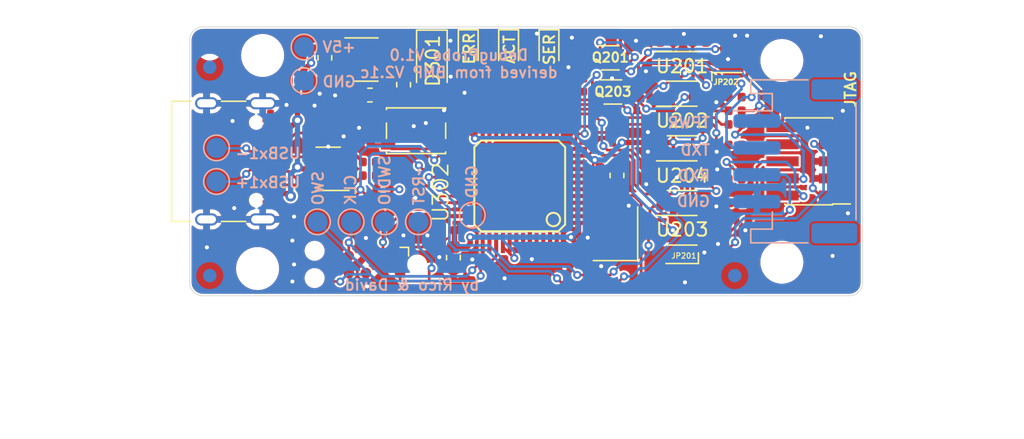
<source format=kicad_pcb>
(kicad_pcb (version 20211014) (generator pcbnew)
  (layers (0 "F.Cu" signal) (31 "B.Cu" signal) (34 "B.Paste" user) (35 "F.Paste" user) (36 "B.SilkS" user "B.Silkscreen") (37 "F.SilkS" user "F.Silkscreen") (38 "B.Mask" user) (39 "F.Mask" user) (44 "Edge.Cuts" user))
  (net 0 "")
  (net 1 "GND")
  (net 2 "+5V")
  (net 3 "Net-(C102-Pad1)")
  (net 4 "+3V3")
  (net 5 "xTPWR")
  (net 6 "/Sheet5F25207C/~{RST}")
  (net 7 "Net-(C309-Pad1)")
  (net 8 "/Sheet5F25207C/LED0")
  (net 9 "/Sheet5F25207C/LED1")
  (net 10 "RST")
  (net 11 "TDI")
  (net 12 "KEY")
  (net 13 "TDO")
  (net 14 "TCK")
  (net 15 "TMS")
  (net 16 "TPWR")
  (net 17 "/Sheet5F21D67E/RXD")
  (net 18 "/Sheet5F21D67E/TXD")
  (net 19 "Net-(J301-PadB5)")
  (net 20 "/Sheet5F25207C/USBx1+")
  (net 21 "Net-(J301-PadA5)")
  (net 22 "/Sheet5F25207C/USBx1-")
  (net 23 "/Sheet5F25207C/TRACESWO")
  (net 24 "/Sheet5F25207C/SWDCLK")
  (net 25 "/Sheet5F25207C/SDWIO")
  (net 26 "xKEY")
  (net 27 "xRXD")
  (net 28 "xTDI")
  (net 29 "xTXD")
  (net 30 "PWR_BR")
  (net 31 "Net-(Q201-Pad1)")
  (net 32 "xRST")
  (net 33 "iRST")
  (net 34 "iRST_SENSE")
  (net 35 "xTMS")
  (net 36 "xTCK")
  (net 37 "xTDO")
  (net 38 "/Sheet5F25207C/USBx2+")
  (net 39 "/Sheet5F25207C/VBUS")
  (net 40 "/Sheet5F25207C/USBx2-")
  (net 41 "Net-(R309-Pad2)")
  (net 42 "Net-(R310-Pad2)")
  (net 43 "iTXD")
  (net 44 "iTDI")
  (net 45 "iTCK")
  (net 46 "iRXD")
  (net 47 "iTDO")
  (net 48 "iTMS_DIR")
  (net 49 "iTMS")
  (net 50 "/Sheet5F25207C/HSE_OUT")
  (net 51 "/Sheet5F25207C/HSE_IN")
  (net 52 "Net-(D301-Pad2)")
  (net 53 "Net-(D302-Pad2)")
  (net 54 "Net-(D303-Pad2)")
  (net 55 "Net-(D304-Pad2)")
  (net 56 "/Sheet5F25207C/USB_P")
  (net 57 "/Sheet5F25207C/USB_N")
  (net 58 "/Sheet5F25207C/LED2")
  (net 70 "/Sheet5F25207C/B2")
  (footprint "Capacitor_SMD:C_0603_1608Metric" (layer "F.Cu") (at 133.4008 125.0696 180)
    (fp_text reference "C102" hide)
    (fp_text value "10n")
  )
  (footprint "Capacitor_SMD:C_0603_1608Metric" (layer "F.Cu") (at 135.9 124.3 -90)
    (fp_text reference "C103" hide)
    (fp_text value "1u")
  )
  (footprint "Capacitor_SMD:C_0402_1005Metric" (layer "F.Cu") (at 157.861 121.158)
    (fp_text reference "C202" hide)
    (fp_text value "100n")
  )
  (footprint "Capacitor_SMD:C_0402_1005Metric" (layer "F.Cu") (at 155.448 133.35)
    (fp_text reference "C203" hide)
    (fp_text value "100n")
  )
  (footprint "Capacitor_SMD:C_0402_1005Metric" (layer "F.Cu") (at 157.861 133.35)
    (fp_text reference "C204" hide)
    (fp_text value "100n")
  )
  (footprint "Capacitor_SMD:C_0402_1005Metric" (layer "F.Cu") (at 155.448 129.286 180)
    (fp_text reference "C207" hide)
    (fp_text value "100n")
  )
  (footprint "Capacitor_SMD:C_0402_1005Metric" (layer "F.Cu") (at 157.861 129.286)
    (fp_text reference "C208" hide)
    (fp_text value "100n")
  )
  (footprint "Capacitor_SMD:C_0402_1005Metric" (layer "F.Cu") (at 142.475 138.75 90)
    (fp_text reference "C301" hide)
    (fp_text value "100n")
  )
  (footprint "Capacitor_SMD:C_0402_1005Metric" (layer "F.Cu") (at 139.192 135.128 180)
    (fp_text reference "C302" hide)
    (fp_text value "100n")
  )
  (footprint "Capacitor_SMD:C_0402_1005Metric" (layer "F.Cu") (at 149.275 137.125 -90)
    (fp_text reference "C303" hide)
    (fp_text value "100n")
  )
  (footprint "Capacitor_SMD:C_0402_1005Metric" (layer "F.Cu") (at 150.475 130.9 -90)
    (fp_text reference "C305" hide)
    (fp_text value "100n")
  )
  (footprint "Capacitor_SMD:C_0402_1005Metric" (layer "F.Cu") (at 148.25 137.125 -90)
    (fp_text reference "C306" hide)
    (fp_text value "100n")
  )
  (footprint "Capacitor_SMD:C_0603_1608Metric" (layer "F.Cu") (at 139.6 137.16 -90)
    (fp_text reference "C307" hide)
    (fp_text value "4u7")
  )
  (footprint "Capacitor_SMD:C_0603_1608Metric" (layer "F.Cu") (at 151.75 131.05 -90)
    (fp_text reference "C308" hide)
    (fp_text value "1u")
  )
  (footprint "Capacitor_SMD:C_0402_1005Metric" (layer "F.Cu") (at 148.209 124.333 90)
    (fp_text reference "C309" hide)
    (fp_text value "100n")
  )
  (footprint "LED_SMD:LED_0603_1608Metric" (layer "F.Cu") (at 146.7 121.7 -90)
    (fp_text reference "D302" hide)
    (fp_text value "RED")
  )
  (footprint "LED_SMD:LED_0603_1608Metric" (layer "F.Cu") (at 143.7 121.7 -90)
    (fp_text reference "D303" hide)
    (fp_text value "ORANGE")
  )
  (footprint "Connector_PinHeader_1.27mm:PinHeader_2x05_P1.27mm_Vertical_SMD" (layer "F.Cu") (at 166 130 180)
    (fp_text reference "J201" hide)
    (fp_text value "Conn_01x10_Male")
  )
  (footprint "Resistor_SMD:R_0402_1005Metric" (layer "F.Cu") (at 156.718 137.033 180)
    (fp_text reference "JP201")
    (fp_text value "RX-KEY")
  )
  (footprint "EOS:DMG1023UV-7" (layer "F.Cu") (at 151.257 122.301)
    (fp_text reference "Q201")
    (fp_text value "DMG1023UV-7")
  )
  (footprint "EOS:DMG1023UV-7" (layer "F.Cu") (at 151.4475 124.841)
    (fp_text reference "Q203")
    (fp_text value "DMG1024UV-7")
  )
  (footprint "Resistor_SMD:R_0402_1005Metric" (layer "F.Cu") (at 160.528 126.238 180)
    (fp_text reference "R201" hide)
    (fp_text value "100")
  )
  (footprint "Resistor_SMD:R_0402_1005Metric" (layer "F.Cu") (at 160.528 131.318 180)
    (fp_text reference "R202" hide)
    (fp_text value "100")
  )
  (footprint "Resistor_SMD:R_0402_1005Metric" (layer "F.Cu") (at 160.528 127.254 180)
    (fp_text reference "R203" hide)
    (fp_text value "100")
  )
  (footprint "Resistor_SMD:R_0402_1005Metric" (layer "F.Cu") (at 160.6 133.096 180)
    (fp_text reference "R204" hide)
    (fp_text value "100")
  )
  (footprint "Resistor_SMD:R_0402_1005Metric" (layer "F.Cu") (at 156.718 138.049 180)
    (fp_text reference "R205" hide)
    (fp_text value "100")
  )
  (footprint "Resistor_SMD:R_0402_1005Metric" (layer "F.Cu") (at 160.528 128.778 180)
    (fp_text reference "R206" hide)
    (fp_text value "100")
  )
  (footprint "Resistor_SMD:R_0402_1005Metric" (layer "F.Cu") (at 160.2 121.6 180)
    (fp_text reference "R207" hide)
    (fp_text value "100")
  )
  (footprint "Resistor_SMD:R_0402_1005Metric" (layer "F.Cu") (at 160.528 125.222 180)
    (fp_text reference "R208" hide)
    (fp_text value "100")
  )
  (footprint "Resistor_SMD:R_0402_1005Metric" (layer "F.Cu") (at 161.036 134.3 180)
    (fp_text reference "R209" hide)
    (fp_text value "100")
  )
  (footprint "Resistor_SMD:R_0402_1005Metric" (layer "F.Cu") (at 149.225 121.793 -90)
    (fp_text reference "R210" hide)
    (fp_text value "10k")
  )
  (footprint "Resistor_SMD:R_0402_1005Metric" (layer "F.Cu") (at 153.4795 124.841 -90)
    (fp_text reference "R211" hide)
    (fp_text value "10k")
  )
  (footprint "Resistor_SMD:R_0402_1005Metric" (layer "F.Cu") (at 133.35 131.064 180)
    (fp_text reference "R301" hide)
    (fp_text value "22")
  )
  (footprint "Resistor_SMD:R_0402_1005Metric" (layer "F.Cu") (at 131.318 133.096)
    (fp_text reference "R302" hide)
    (fp_text value "4k7")
  )
  (footprint "Resistor_SMD:R_0402_1005Metric" (layer "F.Cu") (at 133.35 130.048 180)
    (fp_text reference "R303" hide)
    (fp_text value "22")
  )
  (footprint "Resistor_SMD:R_0402_1005Metric" (layer "F.Cu") (at 129.032 132.969)
    (fp_text reference "R306" hide)
    (fp_text value "5k1")
  )
  (footprint "Resistor_SMD:R_0402_1005Metric" (layer "F.Cu") (at 129.159 127.889)
    (fp_text reference "R307" hide)
    (fp_text value "5k1")
  )
  (footprint "Resistor_SMD:R_0402_1005Metric" (layer "F.Cu") (at 134.366 132.08)
    (fp_text reference "R309" hide)
    (fp_text value "1k5")
  )
  (footprint "Resistor_SMD:R_0402_1005Metric" (layer "F.Cu") (at 133.45 128.075 -90)
    (fp_text reference "R310" hide)
    (fp_text value "10k")
  )
  (footprint "Resistor_SMD:R_0402_1005Metric" (layer "F.Cu") (at 145.3 121.9 90)
    (fp_text reference "R312" hide)
    (fp_text value "330")
  )
  (footprint "Resistor_SMD:R_0402_1005Metric" (layer "F.Cu") (at 141.9 124.5 90)
    (fp_text reference "R314" hide)
    (fp_text value "330")
  )
  (footprint "Package_TO_SOT_SMD:SOT-23-5" (layer "F.Cu") (at 133.096 122.428)
    (fp_text reference "U101" hide)
    (fp_text value "LP2985-3.3")
  )
  (footprint "Package_SO:VSSOP-8_2.3x2mm_P0.5mm" (layer "F.Cu") (at 156.591 122.936)
    (fp_text reference "U201")
    (fp_text value "SN74LVC2T45DCUR")
  )
  (footprint "Package_SO:VSSOP-8_2.3x2mm_P0.5mm" (layer "F.Cu") (at 156.591 127)
    (fp_text reference "U202")
    (fp_text value "SN74LVC2T45DCUR")
  )
  (footprint "Package_SO:VSSOP-8_2.3x2mm_P0.5mm" (layer "F.Cu") (at 156.591 135.128)
    (fp_text reference "U203")
    (fp_text value "SN74LVC2T45DCUR")
  )
  (footprint "Package_TO_SOT_SMD:SOT-23-6" (layer "F.Cu") (at 130.302 130.556 180)
    (fp_text reference "U301" hide)
    (fp_text value "USBLC6-2SC6")
  )
  (footprint "bmp_entropia:TQFP48" (layer "F.Cu") (at 144.526 131.826 90)
    (fp_text reference "U302")
    (fp_text value "STM32F103CBUx")
  )
  (footprint "Crystal:Crystal_SMD_3225-4Pin_3.2x2.5mm" (layer "F.Cu") (at 151.638 135.382 90)
    (fp_text reference "Y301" hide)
    (fp_text value "8MHz")
  )
  (footprint "Button_Switch_SMD:SW_SPST_PTS810" (layer "F.Cu") (at 136.825 127.725 180)
    (fp_text reference "SW301" hide)
    (fp_text value "SW_DIP_x01")
  )
  (footprint "Package_SO:VSSOP-8_2.3x2mm_P0.5mm" (layer "F.Cu") (at 156.591 131.064)
    (fp_text reference "U204")
    (fp_text value "SN74LVC2T45DCUR")
  )
  (footprint "Fiducial:Fiducial_1mm_Mask2mm" (layer "F.Cu") (at 121.5 121.5)
    (fp_text reference "FID1" hide)
    (fp_text value "Fiducial")
  )
  (footprint "Capacitor_SMD:C_0402_1005Metric" (layer "F.Cu") (at 141.55 126.1)
    (fp_text reference "C304" hide)
    (fp_text value "100n")
  )
  (footprint "Fiducial:Fiducial_1mm_Mask2mm" (layer "F.Cu") (at 168.5 121.5)
    (fp_text reference "FID3" hide)
    (fp_text value "Fiducial")
  )
  (footprint "Resistor_SMD:R_0402_1005Metric" (layer "F.Cu") (at 159.893 124.079)
    (fp_text reference "JP202")
    (fp_text value "TX-TDI")
  )
  (footprint "Resistor_SMD:R_0402_1005Metric" (layer "F.Cu") (at 135.9 121.6 90)
    (fp_text reference "R311" hide)
    (fp_text value "330")
  )
  (footprint "MountingHole:MountingHole_2.7mm_M2.5_DIN965" (layer "F.Cu") (at 125.05 137.975)
    (fp_text reference "H1" hide)
    (fp_text value "MountingHole")
  )
  (footprint "MountingHole:MountingHole_2.7mm_M2.5_DIN965" (layer "F.Cu") (at 125.425 122.125)
    (fp_text reference "H2" hide)
    (fp_text value "MountingHole")
  )
  (footprint "MountingHole:MountingHole_2.7mm_M2.5_DIN965" (layer "F.Cu") (at 164 137.5)
    (fp_text reference "H3" hide)
    (fp_text value "MountingHole")
  )
  (footprint "MountingHole:MountingHole_2.7mm_M2.5_DIN965" (layer "F.Cu") (at 164 122.5)
    (fp_text reference "H4" hide)
    (fp_text value "MountingHole")
  )
  (footprint "Fiducial:Fiducial_1mm_Mask2mm" (layer "F.Cu") (at 168.5 138.5)
    (fp_text reference "FID2" hide)
    (fp_text value "Fiducial")
  )
  (footprint "LED_SMD:LED_0603_1608Metric" (layer "F.Cu") (at 140.7 121.7 -90)
    (fp_text reference "D304" hide)
    (fp_text value "YELLOW")
  )
  (footprint "LED_SMD:LED_1206_3216Metric" (layer "F.Cu") (at 138 122.525 -90)
    (fp_text reference "D301")
    (fp_text value "PINK")
  )
  (footprint "Capacitor_SMD:C_0402_1005Metric" (layer "F.Cu") (at 157.861 125.222)
    (fp_text reference "C206" hide)
    (fp_text value "100n")
  )
  (footprint "Resistor_SMD:R_0402_1005Metric" (layer "F.Cu") (at 142.2 121.7 90)
    (fp_text reference "R313" hide)
    (fp_text value "330")
  )
  (footprint "Capacitor_SMD:C_0402_1005Metric" (layer "F.Cu") (at 155.448 121.158 180)
    (fp_text reference "C201" hide)
    (fp_text value "100n")
  )
  (footprint "Resistor_SMD:R_0402_1005Metric" (layer "F.Cu") (at 149.225 124.333 -90)
    (fp_text reference "R304" hide)
    (fp_text value "4k7")
  )
  (footprint "Resistor_SMD:R_0402_1005Metric" (layer "F.Cu") (at 134.366 133.096)
    (fp_text reference "R308" hide)
    (fp_text value "10k")
  )
  (footprint "Capacitor_SMD:C_0402_1005Metric" (layer "F.Cu") (at 155.448 125.222 180)
    (fp_text reference "C205" hide)
    (fp_text value "100n")
  )
  (footprint "Connector_USB:USB_C_Receptacle_Palconn_UTC16-G" (layer "F.Cu") (at 123.5 130 -90)
    (fp_text reference "J301" hide)
    (fp_text value "USB_C_Receptacle_USB2.0")
  )
  (footprint "Connector:Tag-Connect_TC2050-IDC-NL_2x05_P1.27mm_Vertical" (layer "F.Cu") (at 133.096 137.668 180)
    (fp_text reference "J302" hide)
    (fp_text value "Conn_ARM_JTAG_SWD_10")
  )
  (footprint "Capacitor_SMD:C_0603_1608Metric" (layer "F.Cu") (at 130.048 122.301 -90)
    (fp_text reference "C101" hide)
    (fp_text value "1u")
  )
  (footprint "Resistor_SMD:R_0402_1005Metric" (layer "F.Cu") (at 145.4 124.333 90)
    (fp_text reference "R305" hide)
    (fp_text value "10k")
  )
  (footprint "TestPoint:TestPoint_Pad_D1.5mm" (layer "B.Cu") (at 128.5 124 90)
    (fp_text reference "TP305" hide)
    (fp_text value "GND")
  )
  (footprint "Fiducial:Fiducial_1mm_Mask2mm" (layer "B.Cu") (at 121.5 123)
    (fp_text reference "FID4" hide)
    (fp_text value "Fiducial")
  )
  (footprint "Fiducial:Fiducial_1mm_Mask2mm" (layer "B.Cu") (at 121.5 138.5)
    (fp_text reference "FID6" hide)
    (fp_text value "Fiducial")
  )
  (footprint "Fiducial:Fiducial_1mm_Mask2mm" (layer "B.Cu") (at 160.5 138.5)
    (fp_text reference "FID5" hide)
    (fp_text value "Fiducial")
  )
  (footprint "Connector_JST:JST_PH_S4B-PH-SM4-TB_1x04-1MP_P2.00mm_Horizontal" (layer "B.Cu") (at 165 130 -90)
    (fp_text reference "J202" hide)
    (fp_text value "PH1x4")
  )
  (footprint "TestPoint:TestPoint_Pad_D1.5mm" (layer "B.Cu") (at 129.5 134.5 90)
    (fp_text reference "TP306" hide)
    (fp_text value "SWO")
  )
  (footprint "TestPoint:TestPoint_Pad_D1.5mm" (layer "B.Cu") (at 132 134.5 90)
    (fp_text reference "TP307" hide)
    (fp_text value "CLK")
  )
  (footprint "TestPoint:TestPoint_Pad_D1.5mm" (layer "B.Cu") (at 137 134.5 90)
    (fp_text reference "TP301" hide)
    (fp_text value "~RST")
  )
  (footprint "TestPoint:TestPoint_Pad_D1.5mm" (layer "B.Cu") (at 141 134 90)
    (fp_text reference "TP309" hide)
    (fp_text value "GND")
  )
  (footprint "TestPoint:TestPoint_Pad_D1.5mm" (layer "B.Cu") (at 134.5 134.5 180)
    (fp_text reference "TP308" hide)
    (fp_text value "SWDIO")
  )
  (footprint "TestPoint:TestPoint_Pad_D1.5mm" (layer "B.Cu") (at 122 131.5 90)
    (fp_text reference "TP304" hide)
    (fp_text value "USBx1+")
  )
  (footprint "TestPoint:TestPoint_Pad_D1.5mm" (layer "B.Cu") (at 128.5 121.5 90)
    (fp_text reference "TP302" hide)
    (fp_text value "+5V")
  )
  (footprint "TestPoint:TestPoint_Pad_D1.5mm" (layer "B.Cu") (at 122 129 90)
    (fp_text reference "TP303" hide)
    (fp_text value "USBx1-")
  )
  (gr_line (start 155.4 137.6) (end 155.4 137.6) (layer "F.SilkS") (width 0.12))
  (gr_line (start 158.8 123.4) (end 158.8 124) (layer "F.SilkS") (width 0.12))
  (gr_line (start 157.8 137.6) (end 155.4 137.6) (layer "F.SilkS") (width 0.12))
  (gr_line (start 157.8 137.6) (end 157.8 136.8) (layer "F.SilkS") (width 0.12))
  (gr_line (start 161 123.4) (end 158.8 123.4) (layer "F.SilkS") (width 0.12))
  (gr_line (start 120 121) (end 120 139) (layer "Edge.Cuts") (width 0.05))
  (gr_arc (start 170 139) (mid 169.707107 139.707107) (end 169 140) (layer "Edge.Cuts") (width 0.05))
  (gr_arc (start 169 120) (mid 169.707107 120.292893) (end 170 121) (layer "Edge.Cuts") (width 0.05))
  (gr_line (start 169 120) (end 121 120) (layer "Edge.Cuts") (width 0.05))
  (gr_line (start 170 139) (end 170 121) (layer "Edge.Cuts") (width 0.05))
  (gr_line (start 121 140) (end 169 140) (layer "Edge.Cuts") (width 0.05))
  (gr_arc (start 120 121) (mid 120.292893 120.292893) (end 121 120) (layer "Edge.Cuts") (width 0.05))
  (gr_arc (start 121 140) (mid 120.292893 139.707107) (end 120 139) (layer "Edge.Cuts") (width 0.05))
  (gr_text "TPWR" (at 158.75 127.127) (layer "B.SilkS") (effects (font (size 0.8 0.8)) (justify left mirror)))
  (gr_text "TXD" (at 158.75 129.159) (layer "B.SilkS") (effects (font (size 0.8 0.8)) (justify left mirror)))
  (gr_text "GND" (at 158.75 132.969) (layer "B.SilkS") (effects (font (size 0.8 0.8)) (justify left mirror)))
  (gr_text "DebugProbe V1.0\nderived from BMP V2.1c" (at 140 122.7455) (layer "B.SilkS") (effects (font (size 0.8 0.8)) (justify mirror)))
  (gr_text "RXD" (at 158.75 131.064) (layer "B.SilkS") (effects (font (size 0.8 0.8)) (justify left mirror)))
  (gr_text "by Rico & David" (at 136.525 139.192) (layer "B.SilkS") (effects (font (size 0.8 0.8)) (justify mirror)))
  (gr_text "JTAG" (at 169.1005 124.6505 90) (layer "F.SilkS") (effects (font (size 0.8 0.8))))
  (segment (start 145.276 131.076) (end 150.166 131.076) (width 0.2) (layer "F.Cu") (net 1))
  (segment (start 155.635564 131.814) (end 155.714 131.735564) (width 0.2) (layer "F.Cu") (net 1))
  (segment (start 155.041 131.814) (end 154.039 131.814) (width 0.2) (layer "F.Cu") (net 1))
  (segment (start 144.526 131.826) (end 145.276 131.076) (width 0.2) (layer "F.Cu") (net 1))
  (segment (start 145.425 137.275) (end 145.276 137.126) (width 0.2) (layer "F.Cu") (net 1))
  (segment (start 151.2975 131.385) (end 151.75 131.8375) (width 0.2) (layer "F.Cu") (net 1))
  (segment (start 146.85 136.95) (end 146.85 136.15) (width 0.2) (layer "F.Cu") (net 1))
  (segment (start 154.039 131.814) (end 153.924 131.699) (width 0.2) (layer "F.Cu") (net 1))
  (segment (start 145.45 137.3) (end 146.5 137.3) (width 0.2) (layer "F.Cu") (net 1))
  (segment (start 146.776 134.076) (end 144.526 131.826) (width 0.2) (layer "F.Cu") (net 1))
  (segment (start 154.436 130.814) (end 155.041 130.814) (width 0.2) (layer "F.Cu") (net 1))
  (segment (start 146.776 135.2635) (end 146.776 134.076) (width 0.2) (layer "F.Cu") (net 1))
  (segment (start 142.276 126.341) (end 142.035 126.1) (width 0.2) (layer "F.Cu") (net 1))
  (segment (start 154.051 129.286) (end 154.051 130.429) (width 0.2) (layer "F.Cu") (net 1))
  (segment (start 146.85 136.15) (end 146.776 136.076) (width 0.2) (layer "F.Cu") (net 1))
  (segment (start 155.714 130.912) (end 155.616 130.814) (width 0.2) (layer "F.Cu") (net 1))
  (segment (start 150.475 131.385) (end 151.2975 131.385) (width 0.2) (layer "F.Cu") (net 1))
  (segment (start 145.276 137.126) (end 145.276 132.576) (width 0.2) (layer "F.Cu") (net 1))
  (segment (start 150.166 131.076) (end 150.475 131.385) (width 0.2) (layer "F.Cu") (net 1))
  (segment (start 155.616 130.814) (end 155.041 130.814) (width 0.2) (layer "F.Cu") (net 1))
  (segment (start 146.776 135.2635) (end 146.776 136.324) (width 0.2) (layer "F.Cu") (net 1))
  (segment (start 155.714 131.735564) (end 155.714 130.912) (width 0.2) (layer "F.Cu") (net 1))
  (segment (start 145.276 132.576) (end 144.526 131.826) (width 0.2) (layer "F.Cu") (net 1))
  (segment (start 145.276 137.126) (end 145.45 137.3) (width 0.2) (layer "F.Cu") (net 1))
  (segment (start 142.276 127.576) (end 142.276 126.341) (width 0.2) (layer "F.Cu") (net 1))
  (segment (start 154.051 130.429) (end 154.436 130.814) (width 0.2) (layer "F.Cu") (net 1))
  (segment (start 146.5 137.3) (end 146.85 136.95) (width 0.2) (layer "F.Cu") (net 1))
  (segment (start 158.346 133.35) (end 159.131 133.35) (width 0.2) (layer "F.Cu") (net 1))
  (segment (start 155.041 131.814) (end 155.635564 131.814) (width 0.2) (layer "F.Cu") (net 1))
  (via (at 150.575 137.8) (size 0.6) (drill 0.3) (layers "F.Cu" "B.Cu") (net 1))
  (via (at 130.81 125.095) (size 0.6) (drill 0.3) (layers "F.Cu" "B.Cu") (net 1))
  (via (at 156.2 131.2) (size 0.6) (drill 0.3) (layers "F.Cu" "B.Cu") (net 1))
  (via (at 127.635 135.89) (size 0.6) (drill 0.3) (layers "F.Cu" "B.Cu") (net 1))
  (via (at 127.762 134.112) (size 0.6) (drill 0.3) (layers "F.Cu" "B.Cu") (net 1))
  (via (at 153.162 121.031) (size 0.6) (drill 0.3) (layers "F.Cu" "B.Cu") (net 1))
  (via (at 136.652 127.381) (size 0.6) (drill 0.3) (layers "F.Cu" "B.Cu") (net 1))
  (via (at 161.29 135.128) (size 0.6) (drill 0.3) (layers "F.Cu" "B.Cu") (net 1))
  (via (at 160 122.4) (size 0.6) (drill 0.3) (layers "F.Cu" "B.Cu") (net 1))
  (via (at 167.767 137.033) (size 0.6) (drill 0.3) (layers "F.Cu" "B.Cu") (net 1))
  (via (at 127.2 125.8) (size 0.6) (drill 0.3) (layers "F.Cu" "B.Cu") (net 1))
  (via (at 159.2 130.6) (size 0.6) (drill 0.3) (layers "F.Cu" "B.Cu") (net 1))
  (via (at 145.8 120.5) (size 0.6) (drill 0.3) (layers "F.Cu" "B.Cu") (net 1))
  (via (at 156.718 120.523) (size 0.6) (drill 0.3) (layers "F.Cu" "B.Cu") (net 1))
  (via (at 154.051 127.8255) (size 0.6) (drill 0.3) (layers "F.Cu" "B.Cu") (net 1))
  (via (at 160.528 120.65) (size 0.6) (drill 0.3) (layers "F.Cu" "B.Cu") (net 1))
  (via (at 143.4 138.7) (size 0.6) (drill 0.3) (layers "F.Cu" "B.Cu") (net 1))
  (via (at 153.9 123.3) (size 0.6) (drill 0.3) (layers "F.Cu" "B.Cu") (net 1))
  (via (at 139.375 121.025) (size 0.6) (drill 0.3) (layers "F.Cu" "B.Cu") (net 1))
  (via (at 138.9 126.2) (size 0.6) (drill 0.3) (layers "F.Cu" "B.Cu") (net 1))
  (via (at 149.575 135.675) (size 0.6) (drill 0.3) (layers "F.Cu" "B.Cu") (net 1))
  (via (at 123.317 133.477) (size 0.6) (drill 0.3) (layers "F.Cu" "B.Cu") (net 1))
  (via (at 131.445 128.143) (size 0.6) (drill 0.3) (layers "F.Cu" "B.Cu") (net 1))
  (via (at 148.4 120.8) (size 0.6) (drill 0.3) (layers "F.Cu" "B.Cu") (net 1))
  (via (at 165.9 127.5) (size 0.6) (drill 0.3) (layers "F.Cu" "B.Cu") (net 1))
  (via (at 130.302 128.905) (size 0.6) (drill 0.3) (layers "F.Cu" "B.Cu") (net 1))
  (via (at 141 137.3) (size 0.6) (drill 0.3) (layers "F.Cu" "B.Cu") (net 1))
  (via (at 156.8 139) (size 0.6) (drill 0.3) (layers "F.Cu" "B.Cu") (net 1))
  (via (at 166.9 120.7) (size 0.6) (drill 0.3) (layers "F.Cu" "B.Cu") (net 1))
  (via (at 136.779 132.715) (size 0.6) (drill 0.3) (layers "F.Cu" "B.Cu") (net 1))
  (via (at 153.924 131.699) (size 0.6) (drill 0.3) (layers "F.Cu" "B.Cu") (net 1))
  (via (at 137.668 135.509) (size 0.6) (drill 0.3) (layers "F.Cu" "B.Cu") (net 1))
  (via (at 152.625 133.3) (size 0.6) (drill 0.3) (layers "F.Cu" "B.Cu") (net 1))
  (via (at 159.131 125.603) (size 0.6) (drill 0.3) (layers "F.Cu" "B.Cu") (net 1))
  (via (at 129.667 124.968) (size 0.6) (drill 0.3) (layers "F.Cu" "B.Cu") (net 1))
  (via (at 133.1 135.7) (size 0.6) (drill 0.3) (layers "F.Cu" "B.Cu") (net 1))
  (via (at 138.55 137.125) (size 0.6) (drill 0.3) (layers "F.Cu" "B.Cu") (net 1))
  (via (at 123.19 127) (size 0.6) (drill 0.3) (layers "F.Cu" "B.Cu") (net 1))
  (via (at 168.529 126.238) (size 0.6) (drill 0.3) (layers "F.Cu" "B.Cu") (net 1))
  (via (at 137.55 127.15) (size 0.6) (drill 0.3) (layers "F.Cu" "B.Cu") (net 1))
  (via (at 127.635 138.938) (size 0.6) (drill 0.3) (layers "F.Cu" "B.Cu") (net 1))
  (via (at 159.131 133.35) (size 0.6) (drill 0.3) (layers "F.Cu" "B.Cu") (net 1))
  (via (at 158.242 136.779) (size 0.6) (drill 0.3) (layers "F.Cu" "B.Cu") (net 1))
  (via (at 159.258 136.144) (size 0.6) (drill 0.3) (layers "F.Cu" "B.Cu") (net 1))
  (via (at 145.425 137.275) (size 0.6) (drill 0.3) (layers "F.Cu" "B.Cu") (net 1))
  (via (at 148.1455 122.9995) (size 0.6) (drill 0.3) (layers "F.Cu" "B.Cu") (net 1))
  (via (at 121.285 136.398) (size 0.6) (drill 0.3) (layers "F.Cu" "B.Cu") (net 1))
  (via (at 168.91 133.858) (size 0.6) (drill 0.3) (layers "F.Cu" "B.Cu") (net 1))
  (via (at 159.1564 129.286) (size 0.6) (drill 0.3) (layers "F.Cu" "B.Cu") (net 1))
  (via (at 132.588 127.508) (size 0.6) (drill 0.3) (layers "F.Cu" "B.Cu") (net 1))
  (via (at 140.425 124.9) (size 0.6) (drill 0.3) (layers "F.Cu" "B.Cu") (net 1))
  (via (at 154.051 129.286) (size 0.6) (drill 0.3) (layers "F.Cu" "B.Cu") (net 1))
  (via (at 135.89 135.509) (size 0.6) (drill 0.3) (layers "F.Cu" "B.Cu") (net 1))
  (via (at 133.2 139.3) (size 0.6) (drill 0.3) (layers "F.Cu" "B.Cu") (net 1))
  (via (at 127.762 137.668) (size 0.6) (drill 0.3) (layers "F.Cu" "B.Cu") (net 1))
  (via (at 129.286 125.857) (size 0.6) (drill 0.3) (layers "F.Cu" "B.Cu") (net 1))
  (via (at 139.4 123.7) (size 0.6) (drill 0.3) (layers "F.Cu" "B.Cu") (net 1))
  (via (at 161.417 120.65) (size 0.6) (drill 0.3) (layers "F.Cu" "B.Cu") (net 1))
  (via (at 151.384 123.825) (size 0.6) (drill 0.3) (layers "F.Cu" "B.Cu") (net 1))
  (segment (start 129.921 130.556) (end 130.429 131.064) (width 0.2) (layer "F.Cu") (net 2))
  (segment (start 126.01 132.4) (end 127.320008 132.4) (width 0.4) (layer "F.Cu") (net 2))
  (segment (start 132.8064 123.378) (end 131.996 123.378) (width 0.2) (layer "F.Cu") (net 2))
  (segment (start 130.429 132.692) (end 130.833 133.096) (width 0.2) (layer "F.Cu") (net 2))
  (segment (start 128.016 130.429) (end 128.143 130.556) (width 0.4) (layer "F.Cu") (net 2))
  (segment (start 128.016 126.9492) (end 128.016 123.697992) (width 0.4) (layer "F.Cu") (net 2))
  (segment (start 129.032 122.681992) (end 129.032 121.793) (width 0.4) (layer "F.Cu") (net 2))
  (segment (start 132.8572 121.478) (end 133.096 121.7168) (width 0.2) (layer "F.Cu") (net 2))
  (segment (start 128.016 123.697992) (end 129.032 122.681992) (width 0.4) (layer "F.Cu") (net 2))
  (segment (start 131.996 121.478) (end 132.8572 121.478) (width 0.2) (layer "F.Cu") (net 2))
  (segment (start 127.320008 132.4) (end 127.508 132.587992) (width 0.4) (layer "F.Cu") (net 2))
  (segment (start 130.429 131.064) (end 130.429 132.692) (width 0.2) (layer "F.Cu") (net 2))
  (segment (start 129.3115 121.5135) (end 130.048 121.5135) (width 0.4) (layer "F.Cu") (net 2))
  (segment (start 129.202 130.556) (end 129.921 130.556) (width 0.2) (layer "F.Cu") (net 2))
  (segment (start 127.3652 127.6) (end 128.016 126.9492) (width 0.4) (layer "F.Cu") (net 2))
  (segment (start 129.032 121.793) (end 129.3115 121.5135) (width 0.4) (layer "F.Cu") (net 2))
  (segment (start 131.996 121.478) (end 130.0835 121.478) (width 0.4) (layer "F.Cu") (net 2))
  (segment (start 128.143 130.556) (end 129.202 130.556) (width 0.4) (layer "F.Cu") (net 2))
  (segment (start 133.096 123.0884) (end 132.8064 123.378) (width 0.2) (layer "F.Cu") (net 2))
  (segment (start 126.01 127.6) (end 127.3652 127.6) (width 0.4) (layer "F.Cu") (net 2))
  (segment (start 133.096 121.7168) (end 133.096 123.0884) (width 0.2) (layer "F.Cu") (net 2))
  (via (at 128.016 126.9492) (size 0.8) (drill 0.4) (layers "F.Cu" "B.Cu") (net 2))
  (via (at 129.032 122.681992) (size 0.6) (drill 0.3) (layers "F.Cu" "B.Cu") (net 2))
  (via (at 127.508 132.587992) (size 0.8) (drill 0.4) (layers "F.Cu" "B.Cu") (net 2))
  (via (at 128.016 130.429) (size 0.8) (drill 0.4) (layers "F.Cu" "B.Cu") (net 2))
  (segment (start 127.508 130.937) (end 127.508 132.587992) (width 0.4) (layer "B.Cu") (net 2))
  (segment (start 128.5 121.5) (end 128.5 121.642) (width 0.4) (layer "B.Cu") (net 2))
  (segment (start 128.016 130.429) (end 127.508 130.937) (width 0.4) (layer "B.Cu") (net 2))
  (segment (start 129.032 122.174) (end 129.032 122.681992) (width 0.4) (layer "B.Cu") (net 2))
  (segment (start 128.5 121.642) (end 129.032 122.174) (width 0.4) (layer "B.Cu") (net 2))
  (segment (start 128.016 126.9492) (end 128.016 130.429) (width 0.4) (layer "B.Cu") (net 2))
  (segment (start 134.1883 125.0696) (end 134.1883 123.3857) (width 0.2) (layer "F.Cu") (net 3))
  (segment (start 134.1883 123.3857) (end 134.196 123.378) (width 0.2) (layer "F.Cu") (net 3))
  (segment (start 155.21301 132.77999) (end 156.52001 132.77999) (width 0.2) (layer "F.Cu") (net 4))
  (segment (start 134.978 121.478) (end 135.585 122.085) (width 0.4) (layer "F.Cu") (net 4))
  (segment (start 135.9 123.6125) (end 135.9 123.8) (width 0.4) (layer "F.Cu") (net 4))
  (segment (start 149.275 136.64) (end 148.33599 135.70099) (width 0.4) (layer "F.Cu") (net 4))
  (segment (start 152.4 120.396) (end 152.007 120.789) (width 0.25) (layer "F.Cu") (net 4))
  (segment (start 155.041 122.186) (end 155.922 122.186) (width 0.2) (layer "F.Cu") (net 4))
  (segment (start 152.12 128.6) (end 155.9 128.6) (width 0.4) (layer "F.Cu") (net 4))
  (segment (start 139.677 136.3495) (end 139.7 136.3725) (width 0.4) (layer "F.Cu") (net 4))
  (segment (start 135.636 136.564) (end 135.8275 136.3725) (width 0.2) (layer "F.Cu") (net 4))
  (segment (start 140.673 126.873) (end 141.2 127.4) (width 0.4) (layer "F.Cu") (net 4))
  (segment (start 158.115 127.776) (end 158.141 127.75) (width 0.2) (layer "F.Cu") (net 4))
  (segment (start 154.963 133.03) (end 155.21301 132.77999) (width 0.2) (layer "F.Cu") (net 4))
  (segment (start 155.922 130.314) (end 155.933 130.325) (width 0.2) (layer "F.Cu") (net 4))
  (segment (start 140.85 127.95) (end 141.2 128.3) (width 0.2) (layer "F.Cu") (net 4))
  (segment (start 134.725 128) (end 140.175 128) (width 0.2) (layer "F.Cu") (net 4))
  (segment (start 140.175 128) (end 140.225 127.95) (width 0.2) (layer "F.Cu") (net 4))
  (segment (start 155.922 126.25) (end 155.933 126.261) (width 0.2) (layer "F.Cu") (net 4))
  (segment (start 135.9 122.085) (end 135.585 122.085) (width 0.4) (layer "F.Cu") (net 4))
  (segment (start 140.673 126.602) (end 141.1 126.175) (width 0.4) (layer "F.Cu") (net 4))
  (segment (start 154.45 133.35) (end 154.963 133.35) (width 0.2) (layer "F.Cu") (net 4))
  (segment (start 154.2 133.6) (end 154.45 133.35) (width 0.2) (layer "F.Cu") (net 4))
  (segment (start 143.776 136.476) (end 143.786878 136.486878) (width 0.2) (layer "F.Cu") (net 4))
  (segment (start 158.141 123.686) (end 158.141 124.105) (width 0.2) (layer "F.Cu") (net 4))
  (segment (start 150.1 129.9) (end 149.987 130.013) (width 0.2) (layer "F.Cu") (net 4))
  (segment (start 143.786878 136.486878) (end 143.786878 136.861878) (width 0.2) (layer "F.Cu") (net 4))
  (segment (start 149.817 130.576) (end 149.86 130.533) (width 0.25) (layer "F.Cu") (net 4))
  (segment (start 158.115 128.27) (end 158.115 127.776) (width 0.2) (layer "F.Cu") (net 4))
  (segment (start 155.933 125.222) (end 155.933 124.31) (width 0.25) (layer "F.Cu") (net 4))
  (segment (start 148.971 134.791) (end 148.971 135.382) (width 0.25) (layer "F.Cu") (net 4))
  (segment (start 156.825 130.325) (end 155.933 130.325) (width 0.25) (layer "F.Cu") (net 4))
  (segment (start 147.32 136.675) (end 149.24 136.675) (width 0.4) (layer "F.Cu") (net 4))
  (segment (start 156.3 122.564) (end 155.933 122.197) (width 0.25) (layer "F.Cu") (net 4))
  (segment (start 135.8275 136.3725) (end 136.2965 136.3725) (width 0.2) (layer "F.Cu") (net 4))
  (segment (start 134.196 121.478) (end 134.978 121.478) (width 0.4) (layer "F.Cu") (net 4))
  (segment (start 149.987 130.013) (end 149.987 130.579) (width 0.2) (layer "F.Cu") (net 4))
  (segment (start 155.9 128.6) (end 155.933 128.567) (width 0.4) (layer "F.Cu") (net 4))
  (segment (start 148.971 135.382) (end 148.717 135.636) (width 0.25) (layer "F.Cu") (net 4))
  (segment (start 155.933 120.754) (end 155.575 120.396) (width 0.25) (layer "F.Cu") (net 4))
  (segment (start 138.949999 125.149999) (end 140.673 126.873) (width 0.4) (layer "F.Cu") (net 4))
  (segment (start 155.041 126.25) (end 155.922 126.25) (width 0.2) (layer "F.Cu") (net 4))
  (segment (start 141.2 127.4) (end 141.2 128.3) (width 0.4) (layer "F.Cu") (net 4))
  (segment (start 140.843 136.144) (end 140.843 135.636) (width 0.4) (layer "F.Cu") (net 4))
  (segment (start 149.86 130.533) (end 151.0815 130.533) (width 0.3) (layer "F.Cu") (net 4))
  (segment (start 158.141 124.105) (end 158.369 124.333) (width 0.2) (layer "F.Cu") (net 4))
  (segment (start 139.677 135.128) (end 139.677 136.3495) (width 0.4) (layer "F.Cu") (net 4))
  (segment (start 154.963 133.35) (end 154.963 133.03) (width 0.2) (layer "F.Cu") (net 4))
  (segment (start 156.3 123.943) (end 156.300994 123.943) (width 0.25) (layer "F.Cu") (net 4))
  (segment (start 151.1555 130.556) (end 151.13 130.5815) (width 0.4) (layer "F.Cu") (net 4))
  (segment (start 151.0815 130.533) (end 151.13 130.5815) (width 0.3) (layer "F.Cu") (net 4))
  (segment (start 155.933 121.158) (end 155.933 120.754) (width 0.25) (layer "F.Cu") (net 4))
  (segment (start 134.315 127.59) (end 134.725 128) (width 0.2) (layer "F.Cu") (net 4))
  (segment (start 140.225 127.95) (end 140.85 127.95) (width 0.2) (layer "F.Cu") (net 4))
  (segment (start 156.52001 132.77999) (end 156.975001 132.324999) (width 0.2) (layer "F.Cu") (net 4))
  (segment (start 155.933 122.197) (end 155.933 121.158) (width 0.25) (layer "F.Cu") (net 4))
  (segment (start 156.300994 123.943) (end 156.799994 123.444) (width 0.25) (layer "F.Cu") (net 4))
  (segment (start 155.933 124.31) (end 156.3 123.943) (width 0.25) (layer "F.Cu") (net 4))
  (segment (start 148.33599 135.70099) (end 148.33599 135.636) (width 0.4) (layer "F.Cu") (net 4))
  (segment (start 141.1 126.175) (end 141.776 126.851) (width 0.2) (layer "F.Cu") (net 4))
  (segment (start 156.975001 132.324999) (end 156.975001 130.475001) (width 0.25) (layer "F.Cu") (net 4))
  (segment (start 144.125 137.2) (end 143.276 136.351) (width 0.2) (layer "F.Cu") (net 4))
  (segment (start 155.041 134.378) (end 154.678 134.378) (width 0.2) (layer "F.Cu") (net 4))
  (segment (start 148.756 134.576) (end 148.971 134.791) (width 0.25) (layer "F.Cu") (net 4))
  (segment (start 155.933 129.286) (end 155.933 130.325) (width 0.25) (layer "F.Cu") (net 4))
  (segment (start 137.249999 125.149999) (end 138.949999 125.149999) (width 0.4) (layer "F.Cu") (net 4))
  (segment (start 139.7 136.3725) (end 140.6145 136.3725) (width 0.4) (layer "F.Cu") (net 4))
  (segment (start 140.673 126.873) (end 140.673 126.602) (width 0.4) (layer "F.Cu") (net 4))
  (segment (start 155.933 128.567) (end 155.933 128.42) (width 0.25) (layer "F.Cu") (net 4))
  (segment (start 152.007 120.789) (end 152.007 121.801) (width 0.25) (layer "F.Cu") (net 4))
  (segment (start 143.786878 136.861878) (end 144.125 137.2) (width 0.2) (layer "F.Cu") (net 4))
  (segment (start 148.717 135.636) (end 148.33599 135.636) (width 0.25) (layer "F.Cu") (net 4))
  (segment (start 156.975001 130.475001) (end 156.825 130.325) (width 0.25) (layer "F.Cu") (net 4))
  (segment (start 155.922 122.186) (end 155.933 122.197) (width 0.2) (layer "F.Cu") (net 4))
  (segment (start 155.041 130.314) (end 155.922 130.314) (width 0.2) (layer "F.Cu") (net 4))
  (segment (start 155.933 128.42) (end 155.933 126.261) (width 0.25) (layer "F.Cu") (net 4))
  (segment (start 133.45 127.59) (end 134.315 127.59) (width 0.2) (layer "F.Cu") (net 4))
  (segment (start 135.9 123.6125) (end 135.9 122.085) (width 0.4) (layer "F.Cu") (net 4))
  (segment (start 149.24 136.675) (end 149.275 136.64) (width 0.4) (layer "F.Cu") (net 4))
  (segment (start 155.933 129.286) (end 155.933 128.567) (width 0.25) (layer "F.Cu") (net 4))
  (segment (start 140.6145 136.3725) (end 140.843 136.144) (width 0.4) (layer "F.Cu") (net 4))
  (segment (start 155.933 126.261) (end 155.933 125.222) (width 0.25) (layer "F.Cu") (net 4))
  (segment (start 154.2 133.9) (end 154.2 133.6) (width 0.2) (layer "F.Cu") (net 4))
  (segment (start 140.229 134.576) (end 139.677 135.128) (width 0.25) (layer "F.Cu") (net 4))
  (segment (start 144.276 136.424) (end 144.213122 136.486878) (width 0.2) (layer "F.Cu") (net 4))
  (segment (start 156.3 123.943) (end 156.3 122.564) (width 0.25) (layer "F.Cu") (net 4))
  (segment (start 148.776 130.576) (end 149.817 130.576) (width 0.25) (layer "F.Cu") (net 4))
  (segment (start 141.776 126.851) (end 141.776 127.576) (width 0.2) (layer "F.Cu") (net 4))
  (segment (start 144.213122 136.486878) (end 143.786878 136.486878) (width 0.2) (layer "F.Cu") (net 4))
  (segment (start 136.2965 136.3725) (end 139.7 136.3725) (width 0.2) (layer "F.Cu") (net 4))
  (segment (start 147.276 136.631) (end 147.32 136.675) (width 0.25) (layer "F.Cu") (net 4))
  (segment (start 154.678 134.378) (end 154.2 133.9) (width 0.2) (layer "F.Cu") (net 4))
  (segment (start 155.575 120.396) (end 152.4 120.396) (width 0.25) (layer "F.Cu") (net 4))
  (segment (start 135.9 123.8) (end 137.249999 125.149999) (width 0.4) (layer "F.Cu") (net 4))
  (segment (start 135.636 137.033) (end 135.636 136.564) (width 0.2) (layer "F.Cu") (net 4))
  (via (at 158.369 124.333) (size 0.6) (drill 0.3) (layers "F.Cu" "B.Cu") (net 4))
  (via (at 155.933 128.567) (size 0.6) (drill 0.3) (layers "F.Cu" "B.Cu") (net 4))
  (via (at 148.33599 135.636) (size 0.6) (drill 0.3) (layers "F.Cu" "B.Cu") (net 4))
  (via (at 141.2 128.3) (size 0.6) (drill 0.3) (layers "F.Cu" "B.Cu") (net 4))
  (via (at 156.799994 123.444) (size 0.6) (drill 0.3) (layers "F.Cu" "B.Cu") (net 4))
  (via (at 150.1 129.9) (size 0.6) (drill 0.3) (layers "F.Cu" "B.Cu") (net 4))
  (via (at 140.843 135.636) (size 0.6) (drill 0.3) (layers "F.Cu" "B.Cu") (net 4))
  (via (at 144.125 137.2) (size 0.6) (drill 0.3) (layers "F.Cu" "B.Cu") (net 4))
  (via (at 152.12 128.6) (size 0.6) (drill 0.3) (layers "F.Cu" "B.Cu") (net 4))
  (via (at 158.115 128.27) (size 0.6) (drill 0.3) (layers "F.Cu" "B.Cu") (net 4))
  (segment (start 150.82 129.9) (end 152.12 128.6) (width 0.4) (layer "B.Cu") (net 4))
  (segment (start 149.9 129.9) (end 150.1 129.9) (width 0.4) (layer "B.Cu") (net 4))
  (segment (start 144.125 137.2) (end 144.125 136.725) (width 0.2) (layer "B.Cu") (net 4))
  (segment (start 148.33599 135.636) (end 148.844 135.12799) (width 0.4) (layer "B.Cu") (net 4))
  (segment (start 148.3 128.3) (end 141.2 128.3) (width 0.4) (layer "B.Cu") (net 4))
  (segment (start 144.125 136.725) (end 143.036 135.636) (width 0.2) (layer "B.Cu") (net 4))
  (segment (start 148.844 128.844) (end 149.9 129.9) (width 0.4) (layer "B.Cu") (net 4))
  (segment (start 158.369 124.333) (end 157.48 123.444) (width 0.2) (layer "B.Cu") (net 4))
  (segment (start 148.844 128.844) (end 148.3 128.3) (width 0.4) (layer "B.Cu") (net 4))
  (segment (start 157.818 128.567) (end 158.115 128.27) (width 0.25) (layer "B.Cu") (net 4))
  (segment (start 155.933 128.567) (end 157.818 128.567) (width 0.25) (layer "B.Cu") (net 4))
  (segment (start 157.48 123.444) (end 156.799994 123.444) (width 0.2) (layer "B.Cu") (net 4))
  (segment (start 150.1 129.9) (end 150.82 129.9) (width 0.4) (layer "B.Cu") (net 4))
  (segment (start 143.764 135.636) (end 148.33599 135.636) (width 0.4) (layer "B.Cu") (net 4))
  (segment (start 148.844 135.12799) (end 148.844 128.844) (width 0.4) (layer "B.Cu") (net 4))
  (segment (start 143.036 135.636) (end 143.764 135.636) (width 0.4) (layer "B.Cu") (net 4))
  (segment (start 140.843 135.636) (end 143.036 135.636) (width 0.4) (layer "B.Cu") (net 4))
  (segment (start 157.376 125.222) (end 157.376 126.261) (width 0.25) (layer "F.Cu") (net 5))
  (segment (start 158.141 134.378) (end 157.619 134.378) (width 0.2) (layer "F.Cu") (net 5))
  (segment (start 160.031 126.25) (end 160.043 126.238) (width 0.2) (layer "F.Cu") (net 5))
  (segment (start 157.376 130.325) (end 157.376 133.35) (width 0.25) (layer "F.Cu") (net 5))
  (segment (start 157.376 134.135) (end 157.376 133.35) (width 0.2) (layer "F.Cu") (net 5))
  (segment (start 157.387 126.25) (end 157.376 126.261) (width 0.2) (layer "F.Cu") (net 5))
  (segment (start 157.387 122.186) (end 157.376 122.197) (width 0.2) (layer "F.Cu") (net 5))
  (segment (start 158.141 126.25) (end 160.031 126.25) (width 0.2) (layer "F.Cu") (net 5))
  (segment (start 158.141 130.314) (end 157.387 130.314) (width 0.2) (layer "F.Cu") (net 5))
  (segment (start 153.4795 125.6411) (end 153.924 126.0856) (width 0.2) (layer "F.Cu") (net 5))
  (segment (start 158.141 122.186) (end 157.387 122.186) (width 0.2) (layer "F.Cu") (net 5))
  (segment (start 157.376 129.286) (end 157.376 130.325) (width 0.25) (layer "F.Cu") (net 5))
  (segment (start 157.619 134.378) (end 157.376 134.135) (width 0.2) (layer "F.Cu") (net 5))
  (segment (start 157.376 121.158) (end 157.376 122.197) (width 0.25) (layer "F.Cu") (net 5))
  (segment (start 153.4795 125.326) (end 153.4795 125.6411) (width 0.2) (layer "F.Cu") (net 5))
  (segment (start 156.7688 125.222) (end 157.376 125.222) (width 0.2) (layer "F.Cu") (net 5))
  (segment (start 157.376 126.261) (end 157.376 129.286) (width 0.25) (layer "F.Cu") (net 5))
  (segment (start 157.376 122.197) (end 157.4 122.221) (width 0.25) (layer "F.Cu") (net 5))
  (segment (start 157.4 122.221) (end 157.4 125.198) (width 0.25) (layer "F.Cu") (net 5))
  (segment (start 158.141 126.25) (end 157.387 126.25) (width 0.2) (layer "F.Cu") (net 5))
  (segment (start 157.4 125.198) (end 157.376 125.222) (width 0.25) (layer "F.Cu") (net 5))
  (segment (start 157.387 130.314) (end 157.376 130.325) (width 0.2) (layer "F.Cu") (net 5))
  (via (at 153.924 126.0856) (size 0.6) (drill 0.3) (layers "F.Cu" "B.Cu") (net 5))
  (via (at 156.7688 125.222) (size 0.6) (drill 0.3) (layers "F.Cu" "B.Cu") (net 5))
  (segment (start 153.924 126.0856) (end 155.9052 126.0856) (width 0.2) (layer "B.Cu") (net 5))
  (segment (start 155.9052 126.0856) (end 156.7688 125.222) (width 0.2) (layer "B.Cu") (net 5))
  (segment (start 152.92999 139.37001) (end 143.17001 139.37001) (width 0.2) (layer "F.Cu") (net 6))
  (segment (start 143.17001 139.37001) (end 142.9182 139.1182) (width 0.2) (layer "F.Cu") (net 6))
  (segment (start 135.7 138.9) (end 136.899979 138.9) (width 0.2) (layer "F.Cu") (net 6))
  (segment (start 153.543 138.757) (end 152.92999 139.37001) (width 0.2) (layer "F.Cu") (net 6))
  (segment (start 135.636 138.836) (end 135.7 138.9) (width 0.2) (layer "F.Cu") (net 6))
  (segment (start 138.918221 139.1182) (end 138.700022 138.9) (width 0.2) (layer "F.Cu") (net 6))
  (segment (start 137.975 137.95) (end 137.8 138.125) (width 0.2) (layer "F.Cu") (net 6))
  (segment (start 153.543 133.096) (end 153.543 138.757) (width 0.2) (layer "F.Cu") (net 6))
  (segment (start 149.751 131.576) (end 150.725 132.55) (width 0.2) (layer "F.Cu") (net 6))
  (segment (start 150.725 132.55) (end 152.997 132.55) (width 0.2) (layer "F.Cu") (net 6))
  (segment (start 137.8 138.125) (end 137.8 138.9) (width 0.2) (layer "F.Cu") (net 6))
  (segment (start 136.899979 138.9) (end 137.8 138.9) (width 0.2) (layer "F.Cu") (net 6))
  (segment (start 152.997 132.55) (end 153.543 133.096) (width 0.2) (layer "F.Cu") (net 6))
  (segment (start 148.776 131.576) (end 149.751 131.576) (width 0.2) (layer "F.Cu") (net 6))
  (segment (start 135.636 138.303) (end 135.636 138.836) (width 0.2) (layer "F.Cu") (net 6))
  (segment (start 142.9182 139.1182) (end 138.918221 139.1182) (width 0.2) (layer "F.Cu") (net 6))
  (segment (start 138.700022 138.9) (end 137.8 138.9) (width 0.2) (layer "F.Cu") (net 6))
  (via (at 137.975 137.95) (size 0.6) (drill 0.3) (layers "F.Cu" "B.Cu") (net 6))
  (segment (start 137.975 137.35) (end 137 136.375) (width 0.2) (layer "B.Cu") (net 6))
  (segment (start 137 136.375) (end 137 134.5) (width 0.2) (layer "B.Cu") (net 6))
  (segment (start 137.975 137.95) (end 137.975 137.35) (width 0.2) (layer "B.Cu") (net 6))
  (segment (start 144.776 127.576) (end 144.776 125.424) (width 0.2) (layer "F.Cu") (net 7))
  (segment (start 145.382 124.818) (end 148.209 124.818) (width 0.2) (layer "F.Cu") (net 7))
  (segment (start 144.776 125.424) (end 145.382 124.818) (width 0.2) (layer "F.Cu") (net 7))
  (segment (start 149.225 124.818) (end 148.209 124.818) (width 0.2) (layer "F.Cu") (net 7))
  (segment (start 143.776 127.576) (end 143.776 123.909) (width 0.2) (layer "F.Cu") (net 8))
  (segment (start 143.776 123.909) (end 145.3 122.385) (width 0.2) (layer "F.Cu") (net 8))
  (segment (start 143.276 123.261) (end 142.2 122.185) (width 0.2) (layer "F.Cu") (net 9))
  (segment (start 143.276 127.576) (end 143.276 123.261) (width 0.2) (layer "F.Cu") (net 9))
  (segment (start 162.4 124.8) (end 163.2 124.8) (width 0.2) (layer "F.Cu") (net 10))
  (segment (start 164.05 125.592) (end 164.05 126.89) (width 0.2) (layer "F.Cu") (net 10))
  (segment (start 164.05 126.89) (end 164.05 127.46) (width 0.2) (layer "F.Cu") (net 10))
  (segment (start 163.2 124.8) (end 164.05 125.592) (width 0.2) (layer "F.Cu") (net 10))
  (segment (start 160.673 121.6) (end 161.4 122.327) (width 0.2) (layer "F.Cu") (net 10))
  (segment (start 161.4 123.8) (end 162.4 124.8) (width 0.2) (layer "F.Cu") (net 10))
  (segment (start 161.4 122.327) (end 161.4 123.8) (width 0.2) (layer "F.Cu") (net 10))
  (segment (start 161.061 128.73) (end 161.013 128.778) (width 0.2) (layer "F.Cu") (net 11))
  (segment (start 164.05 128.73) (end 161.061 128.73) (width 0.2) (layer "F.Cu") (net 11))
  (segment (start 166.43 128.73) (end 166.4 128.7) (width 0.2) (layer "F.Cu") (net 12))
  (segment (start 158.496 138.049) (end 160.528 136.017) (width 0.2) (layer "F.Cu") (net 12))
  (segment (start 157.203 138.049) (end 158.496 138.049) (width 0.2) (layer "F.Cu") (net 12))
  (segment (start 167.95 128.73) (end 166.43 128.73) (width 0.2) (layer "F.Cu") (net 12))
  (via (at 166.4 128.7) (size 0.6) (drill 0.3) (layers "F.Cu" "B.Cu") (net 12))
  (via (at 160.528 136.017) (size 0.6) (drill 0.3) (layers "F.Cu" "B.Cu") (net 12))
  (segment (start 160.528 136.017) (end 160.528 134.874) (width 0.2) (layer "B.Cu") (net 12))
  (segment (start 167.1 129.4) (end 167.1 132.2) (width 0.2) (layer "B.Cu") (net 12))
  (segment (start 161.163 134.239) (end 165.061 134.239) (width 0.2) (layer "B.Cu") (net 12))
  (segment (start 166.4 128.7) (end 167.1 129.4) (width 0.2) (layer "B.Cu") (net 12))
  (segment (start 160.528 134.874) (end 161.163 134.239) (width 0.2) (layer "B.Cu") (net 12))
  (segment (start 167.1 132.2) (end 165.061 134.239) (width 0.2) (layer "B.Cu") (net 12))
  (segment (start 162.5572 130) (end 164.05 130) (width 0.2) (layer "F.Cu") (net 13))
  (segment (start 162.1536 132.4864) (end 162.1536 130.4036) (width 0.2) (layer "F.Cu") (net 13))
  (segment (start 162.1536 130.4036) (end 162.5572 130) (width 0.2) (layer "F.Cu") (net 13))
  (segment (start 161.544 133.096) (end 162.1536 132.4864) (width 0.2) (layer "F.Cu") (net 13))
  (segment (start 161.544 133.096) (end 161.085 133.096) (width 0.2) (layer "F.Cu") (net 13))
  (segment (start 164.098 131.318) (end 164.05 131.27) (width 0.2) (layer "F.Cu") (net 14))
  (segment (start 161.013 127.254) (end 161.013 127.531) (width 0.2) (layer "F.Cu") (net 14))
  (segment (start 161.013 127.531) (end 160.528 128.016) (width 0.2) (layer "F.Cu") (net 14))
  (segment (start 165.608 131.318) (end 164.098 131.318) (width 0.2) (layer "F.Cu") (net 14))
  (via (at 165.608 131.318) (size 0.6) (drill 0.3) (layers "F.Cu" "B.Cu") (net 14))
  (via (at 160.528 128.016) (size 0.6) (drill 0.3) (layers "F.Cu" "B.Cu") (net 14))
  (segment (start 164.407008 128.016) (end 165.608 129.216992) (width 0.2) (layer "B.Cu") (net 14))
  (segment (start 160.528 128.016) (end 164.407008 128.016) (width 0.2) (layer "B.Cu") (net 14))
  (segment (start 165.608 129.216992) (end 165.608 131.318) (width 0.2) (layer "B.Cu") (net 14))
  (segment (start 161.013 131.168) (end 159.893 130.048) (width 0.2) (layer "F.Cu") (net 15))
  (segment (start 164.098 132.588) (end 164.05 132.54) (width 0.2) (layer "F.Cu") (net 15))
  (segment (start 161.013 131.318) (end 161.013 131.168) (width 0.2) (layer "F.Cu") (net 15))
  (segment (start 165.608 132.588) (end 164.098 132.588) (width 0.2) (layer "F.Cu") (net 15))
  (via (at 165.608 132.588) (size 0.6) (drill 0.3) (layers "F.Cu" "B.Cu") (net 15))
  (via (at 159.893 130.048) (size 0.6) (drill 0.3) (layers "F.Cu" "B.Cu") (net 15))
  (segment (start 164.973 130.683) (end 164.973 131.953) (width 0.2) (layer "B.Cu") (net 15))
  (segment (start 159.893 130.048) (end 164.338 130.048) (width 0.2) (layer "B.Cu") (net 15))
  (segment (start 164.973 131.953) (end 165.608 132.588) (width 0.2) (layer "B.Cu") (net 15))
  (segment (start 164.338 130.048) (end 164.973 130.683) (width 0.2) (layer "B.Cu") (net 15))
  (segment (start 167.95 132.54) (end 166.84 132.54) (width 0.2) (layer "F.Cu") (net 16))
  (segment (start 166.84 132.54) (end 166.3 132) (width 0.2) (layer "F.Cu") (net 16))
  (segment (start 150.507 122.801) (end 150.980999 123.274999) (width 0.2) (layer "F.Cu") (net 16))
  (segment (start 149.225 123.317) (end 149.225 123.848) (width 0.2) (layer "F.Cu") (net 16))
  (segment (start 161.925 126.238) (end 162.306 125.857) (width 0.2) (layer "F.Cu") (net 16))
  (segment (start 152.762188 123.274999) (end 152.799988 123.312799) (width 0.2) (layer "F.Cu") (net 16))
  (segment (start 149.741 122.801) (end 149.225 123.317) (width 0.2) (layer "F.Cu") (net 16))
  (segment (start 150.507 122.801) (end 149.741 122.801) (width 0.2) (layer "F.Cu") (net 16))
  (segment (start 150.980999 123.274999) (end 152.762188 123.274999) (width 0.2) (layer "F.Cu") (net 16))
  (segment (start 161.013 126.238) (end 161.925 126.238) (width 0.2) (layer "F.Cu") (net 16))
  (via (at 162.306 125.857) (size 0.6) (drill 0.3) (layers "F.Cu" "B.Cu") (net 16))
  (via (at 166.3 132) (size 0.6) (drill 0.3) (layers "F.Cu" "B.Cu") (net 16))
  (via (at 152.799988 123.312799) (size 0.6) (drill 0.3) (layers "F.Cu" "B.Cu") (net 16))
  (segment (start 160.909 123.317) (end 159.004 123.317) (width 0.2) (layer "B.Cu") (net 16))
  (segment (start 162.306 124.714) (end 160.909 123.317) (width 0.2) (layer "B.Cu") (net 16))
  (segment (start 162.306 125.857) (end 162.742998 125.857) (width 0.2) (layer "B.Cu") (net 16))
  (segment (start 159.004 123.317) (end 158.369 122.682) (width 0.2) (layer "B.Cu") (net 16))
  (segment (start 158.369 122.682) (end 153.430787 122.682) (width 0.2) (layer "B.Cu") (net 16))
  (segment (start 162.306 125.857) (end 162.306 124.714) (width 0.2) (layer "B.Cu") (net 16))
  (segment (start 162.742998 125.857) (end 166.3 129.414002) (width 0.2) (layer "B.Cu") (net 16))
  (segment (start 166.3 129.414002) (end 166.3 132) (width 0.2) (layer "B.Cu") (net 16))
  (segment (start 162.306 125.857) (end 162.306 126.844) (width 0.2) (layer "B.Cu") (net 16))
  (segment (start 162.306 126.844) (end 162.15 127) (width 0.2) (layer "B.Cu") (net 16))
  (segment (start 153.430787 122.682) (end 152.799988 123.312799) (width 0.2) (layer "B.Cu") (net 16))
  (segment (start 162.2008 126.9492) (end 162.15 127) (width 0.2) (layer "B.Cu") (net 16))
  (segment (start 164.084 134.112) (end 161.521 134.112) (width 0.2) (layer "F.Cu") (net 17))
  (segment (start 164.592 133.604) (end 164.084 134.112) (width 0.2) (layer "F.Cu") (net 17))
  (via (at 164.592 133.604) (size 0.6) (drill 0.3) (layers "F.Cu" "B.Cu") (net 17))
  (segment (start 162.15 131) (end 164.274 131) (width 0.2) (layer "B.Cu") (net 17))
  (segment (start 164.274 131) (end 164.592 131.318) (width 0.2) (layer "B.Cu") (net 17))
  (segment (start 164.592 131.318) (end 164.592 133.604) (width 0.2) (layer "B.Cu") (net 17))
  (segment (start 161.756 125.229909) (end 161.020909 125.229909) (width 0.2) (layer "F.Cu") (net 18))
  (segment (start 161.020909 125.229909) (end 161.013 125.222) (width 0.2) (layer "F.Cu") (net 18))
  (via (at 161.756 125.229909) (size 0.6) (drill 0.3) (layers "F.Cu" "B.Cu") (net 18))
  (segment (start 159.893 128.524) (end 159.893 126.492) (width 0.2) (layer "B.Cu") (net 18))
  (segment (start 160.369 129) (end 159.893 128.524) (width 0.2) (layer "B.Cu") (net 18))
  (segment (start 161.155091 125.229909) (end 161.756 125.229909) (width 0.2) (layer "B.Cu") (net 18))
  (segment (start 159.893 126.492) (end 161.155091 125.229909) (width 0.2) (layer "B.Cu") (net 18))
  (segment (start 162.15 129) (end 160.369 129) (width 0.2) (layer "B.Cu") (net 18))
  (segment (start 128.547 132.484) (end 128.547 132.969) (width 0.2) (layer "F.Cu") (net 19))
  (segment (start 126.01 131.75) (end 127.813 131.75) (width 0.2) (layer "F.Cu") (net 19))
  (segment (start 127.813 131.75) (end 128.547 132.484) (width 0.2) (layer "F.Cu") (net 19))
  (segment (start 124.841 130.556) (end 124.587 130.556) (width 0.2) (layer "F.Cu") (net 20))
  (segment (start 124.587 130.556) (end 124.206 130.937) (width 0.2) (layer "F.Cu") (net 20))
  (segment (start 126.01 129.75) (end 125.012 129.75) (width 0.2) (layer "F.Cu") (net 20))
  (segment (start 124.841 130.556) (end 125.035 130.75) (width 0.2) (layer "F.Cu") (net 20))
  (segment (start 126.01 130.75) (end 127.3845 130.75) (width 0.2) (layer "F.Cu") (net 20))
  (segment (start 128.1405 131.506) (end 129.202 131.506) (width 0.2) (layer "F.Cu") (net 20))
  (segment (start 124.841 129.921) (end 124.841 130.556) (width 0.2) (layer "F.Cu") (net 20))
  (segment (start 127.3845 130.75) (end 128.1405 131.506) (width 0.2) (layer "F.Cu") (net 20))
  (segment (start 125.035 130.75) (end 126.01 130.75) (width 0.2) (layer "F.Cu") (net 20))
  (segment (start 125.012 129.75) (end 124.841 129.921) (width 0.2) (layer "F.Cu") (net 20))
  (via (at 124.206 130.937) (size 0.6) (drill 0.3) (layers "F.Cu" "B.Cu") (net 20))
  (segment (start 123.643 131.5) (end 122 131.5) (width 0.2) (layer "B.Cu") (net 20))
  (segment (start 124.206 130.937) (end 123.643 131.5) (width 0.2) (layer "B.Cu") (net 20))
  (segment (start 127.0395 128.75) (end 126.01 128.75) (width 0.2) (layer "F.Cu") (net 21))
  (segment (start 127.9005 127.889) (end 127.0395 128.75) (width 0.2) (layer "F.Cu") (net 21))
  (segment (start 128.674 127.889) (end 127.9005 127.889) (width 0.2) (layer "F.Cu") (net 21))
  (segment (start 127.254 130.048) (end 127.254 129.667) (width 0.2) (layer "F.Cu") (net 22))
  (segment (start 127.254 129.413) (end 127.254 129.667) (width 0.2) (layer "F.Cu") (net 22))
  (segment (start 124.424 129.25) (end 124.206 129.032) (width 0.2) (layer "F.Cu") (net 22))
  (segment (start 126.01 130.25) (end 127.052 130.25) (width 0.2) (layer "F.Cu") (net 22))
  (segment (start 126.01 129.25) (end 127.091 129.25) (width 0.2) (layer "F.Cu") (net 22))
  (segment (start 127.091 129.25) (end 127.254 129.413) (width 0.2) (layer "F.Cu") (net 22))
  (segment (start 127.254 129.667) (end 129.141 129.667) (width 0.2) (layer "F.Cu") (net 22))
  (segment (start 126.01 129.25) (end 124.424 129.25) (width 0.2) (layer "F.Cu") (net 22))
  (segment (start 129.141 129.667) (end 129.202 129.606) (width 0.2) (layer "F.Cu") (net 22))
  (segment (start 127.052 130.25) (end 127.254 130.048) (width 0.2) (layer "F.Cu") (net 22))
  (via (at 124.206 129.032) (size 0.6) (drill 0.3) (layers "F.Cu" "B.Cu") (net 22))
  (segment (start 124.206 129.032) (end 122.032 129.032) (width 0.2) (layer "B.Cu") (net 22))
  (segment (start 122.032 129.032) (end 122 129) (width 0.2) (layer "B.Cu") (net 22))
  (segment (start 130.556 138.303) (end 130.556 138.856) (width 0.2) (layer "F.Cu") (net 23))
  (segment (start 142.5 137.35) (end 142.776 137.074) (width 0.2) (layer "F.Cu") (net 23))
  (segment (start 141.624047 137.970943) (end 142.24499 137.35) (width 0.2) (layer "F.Cu") (net 23))
  (segment (start 142.776 137.074) (end 142.776 136.076) (width 0.2) (layer "F.Cu") (net 23))
  (segment (start 141.624047 138.516031) (end 141.624047 137.970943) (width 0.2) (layer "F.Cu") (net 23))
  (segment (start 130.556 138.856) (end 130.638 138.938) (width 0.2) (layer "F.Cu") (net 23))
  (segment (start 142.24499 137.35) (end 142.5 137.35) (width 0.2) (layer "F.Cu") (net 23))
  (segment (start 131.191 138.938) (end 130.638 138.938) (width 0.2) (layer "F.Cu") (net 23))
  (via (at 131.191 138.938) (size 0.6) (drill 0.3) (layers "F.Cu" "B.Cu") (net 23))
  (via (at 141.624047 138.516031) (size 0.6) (drill 0.3) (layers "F.Cu" "B.Cu") (net 23))
  (segment (start 129.5 134.5) (end 133.35 138.35) (width 0.2) (layer "B.Cu") (net 23))
  (segment (start 131.191 138.938) (end 131.729 138.4) (width 0.2) (layer "B.Cu") (net 23))
  (segment (start 133.3 138.4) (end 133.35 138.35) (width 0.2) (layer "B.Cu") (net 23))
  (segment (start 133.35 138.35) (end 133.9 138.9) (width 0.2) (layer "B.Cu") (net 23))
  (segment (start 131.729 138.4) (end 133.3 138.4) (width 0.2) (layer "B.Cu") (net 23))
  (segment (start 141.240078 138.9) (end 141.624047 138.516031) (width 0.2) (layer "B.Cu") (net 23))
  (segment (start 133.9 138.9) (end 141.240078 138.9) (width 0.2) (layer "B.Cu") (net 23))
  (segment (start 141.776 137.324) (end 141 138.1) (width 0.2) (layer "F.Cu") (net 24))
  (segment (start 141.776 136.076) (end 141.776 137.324) (width 0.2) (layer "F.Cu") (net 24))
  (segment (start 131.826 136.0424) (end 131.826 137.033) (width 0.2) (layer "F.Cu") (net 24))
  (via (at 141 138.1) (size 0.6) (drill 0.3) (layers "F.Cu" "B.Cu") (net 24))
  (via (at 131.826 136.0424) (size 0.6) (drill 0.3) (layers "F.Cu" "B.Cu") (net 24))
  (segment (start 131.826 136.051) (end 134.324989 138.549989) (width 0.2) (layer "B.Cu") (net 24))
  (segment (start 131.826 136.0424) (end 131.826 136.051) (width 0.2) (layer "B.Cu") (net 24))
  (segment (start 140.550011 138.549989) (end 141 138.1) (width 0.2) (layer "B.Cu") (net 24))
  (segment (start 132 134.5) (end 132 135.8684) (width 0.2) (layer "B.Cu") (net 24))
  (segment (start 134.324989 138.549989) (end 140.550011 138.549989) (width 0.2) (layer "B.Cu") (net 24))
  (segment (start 132 135.8684) (end 131.826 136.0424) (width 0.2) (layer "B.Cu") (net 24))
  (segment (start 134.366 136.017) (end 134.366 137.033) (width 0.2) (layer "F.Cu") (net 25))
  (segment (start 136.0196 133.576) (end 134.366 135.2296) (width 0.2) (layer "F.Cu") (net 25))
  (segment (start 134.366 135.2296) (end 134.366 136.017) (width 0.2) (layer "F.Cu") (net 25))
  (segment (start 140.276 133.576) (end 136.0196 133.576) (width 0.2) (layer "F.Cu") (net 25))
  (via (at 134.366 136.017) (size 0.6) (drill 0.3) (layers "F.Cu" "B.Cu") (net 25))
  (segment (start 134.5 135.883) (end 134.366 136.017) (width 0.2) (layer "B.Cu") (net 25))
  (segment (start 134.5 134.5) (end 134.5 135.883) (width 0.2) (layer "B.Cu") (net 25))
  (segment (start 156.233 137.033) (end 156.233 138.049) (width 0.2) (layer "F.Cu") (net 26))
  (segment (start 160.024 135.378) (end 160.551 134.851) (width 0.2) (layer "F.Cu") (net 27))
  (segment (start 157.484 135.378) (end 157.203 135.659) (width 0.2) (layer "F.Cu") (net 27))
  (segment (start 157.484 135.378) (end 158.141 135.378) (width 0.2) (layer "F.Cu") (net 27))
  (segment (start 160.551 134.851) (end 160.551 134.112) (width 0.2) (layer "F.Cu") (net 27))
  (segment (start 158.141 135.378) (end 160.024 135.378) (width 0.2) (layer "F.Cu") (net 27))
  (segment (start 157.203 135.659) (end 157.203 137.033) (width 0.2) (layer "F.Cu") (net 27))
  (segment (start 159.131 128.397) (end 159.512 128.778) (width 0.2) (layer "F.Cu") (net 28))
  (segment (start 159.131 127.508) (end 159.131 127.889) (width 0.2) (layer "F.Cu") (net 28))
  (segment (start 158.141 127.25) (end 158.873 127.25) (width 0.2) (layer "F.Cu") (net 28))
  (segment (start 159.131 127.889) (end 159.131 128.397) (width 0.2) (layer "F.Cu") (net 28))
  (segment (start 160.859091 124.079) (end 160.994 124.213909) (width 0.2) (layer "F.Cu") (net 28))
  (segment (start 158.873 127.25) (end 159.131 127.508) (width 0.2) (layer "F.Cu") (net 28))
  (segment (start 160.378 124.079) (end 160.859091 124.079) (width 0.2) (layer "F.Cu") (net 28))
  (segment (start 159.512 128.778) (end 160.043 128.778) (width 0.2) (layer "F.Cu") (net 28))
  (via (at 159.131 127.889) (size 0.6) (drill 0.3) (layers "F.Cu" "B.Cu") (net 28))
  (via (at 160.994 124.213909) (size 0.6) (drill 0.3) (layers "F.Cu" "B.Cu") (net 28))
  (segment (start 160.994 124.213909) (end 160.994 124.638173) (width 0.2) (layer "B.Cu") (net 28))
  (segment (start 160.994 124.638173) (end 159.131 126.501173) (width 0.2) (layer "B.Cu") (net 28))
  (segment (start 159.131 126.501173) (end 159.131 127.889) (width 0.2) (layer "B.Cu") (net 28))
  (segment (start 159 123.186) (end 159.408 123.594) (width 0.2) (layer "F.Cu") (net 29))
  (segment (start 159.408 124.079) (end 159.408 124.587) (width 0.2) (layer "F.Cu") (net 29))
  (segment (start 158.141 123.186) (end 159 123.186) (width 0.2) (layer "F.Cu") (net 29))
  (segment (start 159.408 123.594) (end 159.408 124.079) (width 0.2) (layer "F.Cu") (net 29))
  (segment (start 159.408 124.587) (end 160.043 125.222) (width 0.2) (layer "F.Cu") (net 29))
  (segment (start 149.248 122.301) (end 149.225 122.278) (width 0.2) (layer "F.Cu") (net 30))
  (segment (start 149.225 122.278) (end 148.047428 122.278) (width 0.2) (layer "F.Cu") (net 30))
  (segment (start 147.156438 123.2) (end 144.979988 123.2) (width 0.2) (layer "F.Cu") (net 30))
  (segment (start 150.507 122.301) (end 149.248 122.301) (width 0.2) (layer "F.Cu") (net 30))
  (segment (start 148.047428 122.278) (end 147.778219 122.578219) (width 0.2) (layer "F.Cu") (net 30))
  (segment (start 144.276 123.903988) (end 144.276 127.576) (width 0.2) (layer "F.Cu") (net 30))
  (segment (start 147.778219 122.578219) (end 147.156438 123.2) (width 0.2) (layer "F.Cu") (net 30))
  (segment (start 144.979988 123.2) (end 144.276 123.903988) (width 0.2) (layer "F.Cu") (net 30))
  (segment (start 150.507 122.301) (end 152.007 122.301) (width 0.2) (layer "F.Cu") (net 30))
  (segment (start 152.521167 122.801) (end 153.074849 122.247318) (width 0.2) (layer "F.Cu") (net 31))
  (segment (start 150.495 121.158) (end 150.495 121.789) (width 0.2) (layer "F.Cu") (net 31))
  (segment (start 150.495 121.789) (end 150.507 121.801) (width 0.2) (layer "F.Cu") (net 31))
  (segment (start 150.507 121.801) (end 149.718 121.801) (width 0.2) (layer "F.Cu") (net 31))
  (segment (start 152.007 122.801) (end 152.521167 122.801) (width 0.2) (layer "F.Cu") (net 31))
  (segment (start 149.718 121.801) (end 149.225 121.308) (width 0.2) (layer "F.Cu") (net 31))
  (via (at 153.074849 122.247318) (size 0.6) (drill 0.3) (layers "F.Cu" "B.Cu") (net 31))
  (via (at 150.495 121.158) (size 0.6) (drill 0.3) (layers "F.Cu" "B.Cu") (net 31))
  (segment (start 150.495 121.158) (end 151.985531 121.158) (width 0.2) (layer "B.Cu") (net 31))
  (segment (start 151.985531 121.158) (end 153.074849 122.247318) (width 0.2) (layer "B.Cu") (net 31))
  (segment (start 153.4645 124.341) (end 153.4795 124.356) (width 0.2) (layer "F.Cu") (net 32))
  (segment (start 153.349998 124.226498) (end 153.4795 124.356) (width 0.2) (layer "F.Cu") (net 32))
  (segment (start 154.051 122.049) (end 153.349998 122.750002) (width 0.2) (layer "F.Cu") (net 32))
  (segment (start 152.1975 124.841) (end 152.1975 124.341) (width 0.2) (layer "F.Cu") (net 32))
  (segment (start 154.051 121.92) (end 154.051 122.049) (width 0.2) (layer "F.Cu") (net 32))
  (segment (start 159.715 121.6) (end 159.100357 121.6) (width 0.2) (layer "F.Cu") (net 32))
  (segment (start 159.100357 121.6) (end 159.048828 121.651529) (width 0.2) (layer "F.Cu") (net 32))
  (segment (start 153.349998 122.750002) (end 153.349998 124.226498) (width 0.2) (layer "F.Cu") (net 32))
  (segment (start 152.1975 124.341) (end 153.4645 124.341) (width 0.2) (layer "F.Cu") (net 32))
  (via (at 159.048828 121.651529) (size 0.6) (drill 0.3) (layers "F.Cu" "B.Cu") (net 32))
  (via (at 154.051 121.92) (size 0.6) (drill 0.3) (layers "F.Cu" "B.Cu") (net 32))
  (segment (start 154.319471 121.651529) (end 154.051 121.92) (width 0.2) (layer "B.Cu") (net 32))
  (segment (start 159.048828 121.651529) (end 154.319471 121.651529) (width 0.2) (layer "B.Cu") (net 32))
  (segment (start 148.7 129) (end 148.776 129.076) (width 0.2) (layer "F.Cu") (net 33))
  (segment (start 148.9225 127.9525) (end 148.7 128.175) (width 0.2) (layer "F.Cu") (net 33))
  (segment (start 148.7 128.175) (end 148.7 129) (width 0.2) (layer "F.Cu") (net 33))
  (segment (start 149.352 127.9525) (end 148.9225 127.9525) (width 0.2) (layer "F.Cu") (net 33))
  (segment (start 149.9235 123.8885) (end 149.9235 124.714) (width 0.2) (layer "F.Cu") (net 33))
  (segment (start 150.241 123.571) (end 149.9235 123.8885) (width 0.2) (layer "F.Cu") (net 33))
  (segment (start 150.0505 124.841) (end 150.6975 124.841) (width 0.2) (layer "F.Cu") (net 33))
  (segment (start 149.9235 124.714) (end 150.0505 124.841) (width 0.2) (layer "F.Cu") (net 33))
  (via (at 150.241 123.571) (size 0.6) (drill 0.3) (layers "F.Cu" "B.Cu") (net 33))
  (via (at 149.352 127.9525) (size 0.6) (drill 0.3) (layers "F.Cu" "B.Cu") (net 33))
  (segment (start 149.352 124.46) (end 150.241 123.571) (width 0.2) (layer "B.Cu") (net 33))
  (segment (start 149.352 127.9525) (end 149.352 124.46) (width 0.2) (layer "B.Cu") (net 33))
  (segment (start 150.0635 125.425) (end 145.775 125.425) (width 0.2) (layer "F.Cu") (net 34))
  (segment (start 145.276 125.924) (end 145.276 127.576) (width 0.2) (layer "F.Cu") (net 34))
  (segment (start 150.6975 125.341) (end 150.1475 125.341) (width 0.2) (layer "F.Cu") (net 34))
  (segment (start 150.1475 125.341) (end 150.0635 125.425) (width 0.2) (layer "F.Cu") (net 34))
  (segment (start 145.775 125.425) (end 145.276 125.924) (width 0.2) (layer "F.Cu") (net 34))
  (segment (start 160.039 131.314) (end 160.043 131.318) (width 0.2) (layer "F.Cu") (net 35))
  (segment (start 158.141 131.314) (end 160.039 131.314) (width 0.2) (layer "F.Cu") (net 35))
  (segment (start 159.008 126.75) (end 159.512 127.254) (width 0.2) (layer "F.Cu") (net 36))
  (segment (start 158.141 126.75) (end 159.008 126.75) (width 0.2) (layer "F.Cu") (net 36))
  (segment (start 159.512 127.254) (end 160.043 127.254) (width 0.2) (layer "F.Cu") (net 36))
  (segment (start 159.766 133.35) (end 160.02 133.096) (width 0.2) (layer "F.Cu") (net 37))
  (segment (start 159.766 134.493) (end 159.766 133.35) (width 0.2) (layer "F.Cu") (net 37))
  (segment (start 158.141 134.878) (end 159.381 134.878) (width 0.2) (layer "F.Cu") (net 37))
  (segment (start 159.381 134.878) (end 159.766 134.493) (width 0.2) (layer "F.Cu") (net 37))
  (segment (start 131.402 131.506) (end 132.423 131.506) (width 0.25) (layer "F.Cu") (net 38))
  (segment (start 132.423 131.506) (end 132.865 131.064) (width 0.25) (layer "F.Cu") (net 38))
  (segment (start 133.696 133.096) (end 132.7 132.1) (width 0.2) (layer "F.Cu") (net 39))
  (segment (start 140.276 129.576) (end 138.521 129.576) (width 0.2) (layer "F.Cu") (net 39))
  (segment (start 132.7 132.199) (end 132.7 132.1) (width 0.2) (layer "F.Cu") (net 39))
  (segment (start 131.803 133.096) (end 132.7 132.199) (width 0.2) (layer "F.Cu") (net 39))
  (segment (start 133.881 133.096) (end 133.696 133.096) (width 0.2) (layer "F.Cu") (net 39))
  (segment (start 138.521 129.576) (end 138.176 129.921) (width 0.2) (layer "F.Cu") (net 39))
  (via (at 138.176 129.921) (size 0.6) (drill 0.3) (layers "F.Cu" "B.Cu") (net 39))
  (via (at 132.7 132.1) (size 0.6) (drill 0.3) (layers "F.Cu" "B.Cu") (net 39))
  (segment (start 137.1346 128.8796) (end 133.2484 128.8796) (width 0.2) (layer "B.Cu") (net 39))
  (segment (start 133.2484 128.8796) (end 132.7 129.428) (width 0.2) (layer "B.Cu") (net 39))
  (segment (start 138.176 129.921) (end 137.1346 128.8796) (width 0.2) (layer "B.Cu") (net 39))
  (segment (start 132.7 129.428) (end 132.7 132.1) (width 0.2) (layer "B.Cu") (net 39))
  (segment (start 131.402 129.606) (end 132.423 129.606) (width 0.25) (layer "F.Cu") (net 40))
  (segment (start 132.423 129.606) (end 132.865 130.048) (width 0.25) (layer "F.Cu") (net 40))
  (segment (start 139.461996 131.076) (end 138.987995 130.601999) (width 0.2) (layer "F.Cu") (net 41))
  (segment (start 138.987995 130.601999) (end 137.332999 130.601999) (width 0.2) (layer "F.Cu") (net 41))
  (segment (start 134.851 132.08) (end 135.5852 132.08) (width 0.2) (layer "F.Cu") (net 41))
  (segment (start 140.276 131.076) (end 139.461996 131.076) (width 0.2) (layer "F.Cu") (net 41))
  (segment (start 137.332999 130.601999) (end 137.033 130.302) (width 0.2) (layer "F.Cu") (net 41))
  (via (at 137.033 130.302) (size 0.6) (drill 0.3) (layers "F.Cu" "B.Cu") (net 41))
  (via (at 135.5852 132.08) (size 0.6) (drill 0.3) (layers "F.Cu" "B.Cu") (net 41))
  (segment (start 133.35 131.572) (end 133.858 132.08) (width 0.2) (layer "B.Cu") (net 41))
  (segment (start 136.144 129.413) (end 133.604 129.413) (width 0.2) (layer "B.Cu") (net 41))
  (segment (start 137.033 130.302) (end 136.144 129.413) (width 0.2) (layer "B.Cu") (net 41))
  (segment (start 133.604 129.413) (end 133.35 129.667) (width 0.2) (layer "B.Cu") (net 41))
  (segment (start 133.35 129.667) (end 133.35 131.572) (width 0.2) (layer "B.Cu") (net 41))
  (segment (start 133.858 132.08) (end 135.5852 132.08) (width 0.2) (layer "B.Cu") (net 41))
  (segment (start 134.4954 128.755) (end 134.5404 128.8) (width 0.2) (layer "F.Cu") (net 42))
  (segment (start 135.026 129.076) (end 140.276 129.076) (width 0.2) (layer "F.Cu") (net 42))
  (segment (start 134.75 128.8) (end 135.026 129.076) (width 0.2) (layer "F.Cu") (net 42))
  (segment (start 134.5404 128.8) (end 134.75 128.8) (width 0.2) (layer "F.Cu") (net 42))
  (segment (start 133.7564 128.755) (end 134.4954 128.755) (width 0.2) (layer "F.Cu") (net 42))
  (segment (start 137.775 131.175) (end 138.9 131.175) (width 0.2) (layer "F.Cu") (net 43))
  (segment (start 138.9 131.175) (end 139.301 131.576) (width 0.2) (layer "F.Cu") (net 43))
  (segment (start 152.273 138.557) (end 151.83 139) (width 0.2) (layer "F.Cu") (net 43))
  (segment (start 155.7 123.95) (end 155.25 124.4) (width 0.2) (layer "F.Cu") (net 43))
  (segment (start 155.25 124.4) (end 155.2 124.4) (width 0.2) (layer "F.Cu") (net 43))
  (segment (start 151.83 139) (end 147.599999 138.999999) (width 0.2) (layer "F.Cu") (net 43))
  (segment (start 139.301 131.576) (end 140.276 131.576) (width 0.2) (layer "F.Cu") (net 43))
  (segment (start 155.7 123.4) (end 155.7 123.95) (width 0.2) (layer "F.Cu") (net 43))
  (segment (start 155.486 123.186) (end 155.7 123.4) (width 0.2) (layer "F.Cu") (net 43))
  (segment (start 155.041 123.186) (end 155.486 123.186) (width 0.2) (layer "F.Cu") (net 43))
  (segment (start 147.599999 138.999999) (end 147.3 138.7) (width 0.2) (layer "F.Cu") (net 43))
  (via (at 155.2 124.4) (size 0.6) (drill 0.3) (layers "F.Cu" "B.Cu") (net 43))
  (via (at 152.273 138.557) (size 0.6) (drill 0.3) (layers "F.Cu" "B.Cu") (net 43))
  (via (at 147.3 138.7) (size 0.6) (drill 0.3) (layers "F.Cu" "B.Cu") (net 43))
  (via (at 137.775 131.175) (size 0.6) (drill 0.3) (layers "F.Cu" "B.Cu") (net 43))
  (segment (start 137.775 131.175) (end 137.775 131.975) (width 0.2) (layer "B.Cu") (net 43))
  (segment (start 153.289 125.789) (end 154.678 124.4) (width 0.2) (layer "B.Cu") (net 43))
  (segment (start 152.273 138.557) (end 152.843 138.557) (width 0.2) (layer "B.Cu") (net 43))
  (segment (start 152.843 138.557) (end 153.44999 137.95001) (width 0.2) (layer "B.Cu") (net 43))
  (segment (start 139.7 136.6) (end 142.1 136.6) (width 0.2) (layer "B.Cu") (net 43))
  (segment (start 156.6 135.225) (end 156.6 134.6) (width 0.2) (layer "B.Cu") (net 43))
  (segment (start 156.6 134.6) (end 155.985 133.985) (width 0.2) (layer "B.Cu") (net 43))
  (segment (start 146.775 138.175) (end 147.3 138.7) (width 0.2) (layer "B.Cu") (net 43))
  (segment (start 153.289 131.99401) (end 153.289 125.789) (width 0.2) (layer "B.Cu") (net 43))
  (segment (start 154.678 124.4) (end 155.2 124.4) (width 0.2) (layer "B.Cu") (net 43))
  (segment (start 153.87499 137.95001) (end 156.6 135.225) (width 0.2) (layer "B.Cu") (net 43))
  (segment (start 139.3 136.1) (end 139.7 136.5) (width 0.2) (layer "B.Cu") (net 43))
  (segment (start 139.7 136.5) (end 139.7 136.6) (width 0.2) (layer "B.Cu") (net 43))
  (segment (start 155.985 133.985) (end 155.27999 133.985) (width 0.2) (layer "B.Cu") (net 43))
  (segment (start 139.3 133.5) (end 139.3 136.1) (width 0.2) (layer "B.Cu") (net 43))
  (segment (start 155.27999 133.985) (end 153.289 131.99401) (width 0.2) (layer "B.Cu") (net 43))
  (segment (start 137.775 131.975) (end 139.3 133.5) (width 0.2) (layer "B.Cu") (net 43))
  (segment (start 142.1 136.6) (end 143.675 138.175) (width 0.2) (layer "B.Cu") (net 43))
  (segment (start 143.675 138.175) (end 146.775 138.175) (width 0.2) (layer "B.Cu") (net 43))
  (segment (start 153.44999 137.95001) (end 153.87499 137.95001) (width 0.2) (layer "B.Cu") (net 43))
  (segment (start 147.6 127.4) (end 149.625 127.4) (width 0.2) (layer "F.Cu") (net 44))
  (segment (start 151.135999 127.849999) (end 151.735998 127.25) (width 0.2) (layer "F.Cu") (net 44))
  (segment (start 150.074999 127.849999) (end 151.135999 127.849999) (width 0.2) (layer "F.Cu") (net 44))
  (segment (start 151.735998 127.25) (end 155.041 127.25) (width 0.2) (layer "F.Cu") (net 44))
  (segment (start 147.424 127.576) (end 147.276 127.576) (width 0.2) (layer "F.Cu") (net 44))
  (segment (start 147.6 127.4) (end 147.424 127.576) (width 0.2) (layer "F.Cu") (net 44))
  (segment (start 149.625 127.4) (end 150.074999 127.849999) (width 0.2) (layer "F.Cu") (net 44))
  (segment (start 146.276 126.724) (end 146.875 126.125) (width 0.2) (layer "F.Cu") (net 45))
  (segment (start 146.276 127.576) (end 146.276 126.724) (width 0.2) (layer "F.Cu") (net 45))
  (segment (start 151.525 126.125) (end 152.15 126.75) (width 0.2) (layer "F.Cu") (net 45))
  (segment (start 146.875 126.125) (end 151.525 126.125) (width 0.2) (layer "F.Cu") (net 45))
  (segment (start 152.15 126.75) (end 155.041 126.75) (width 0.2) (layer "F.Cu") (net 45))
  (segment (start 138.676 132.076) (end 140.276 132.076) (width 0.2) (layer "F.Cu") (net 46))
  (segment (start 154.093 135.751) (end 154.093 135.826736) (width 0.2) (layer "F.Cu") (net 46))
  (segment (start 155.041 135.378) (end 154.466 135.378) (width 0.2) (layer "F.Cu") (net 46))
  (segment (start 138.575 131.975) (end 138.676 132.076) (width 0.2) (layer "F.Cu") (net 46))
  (segment (start 151.25001 138.44999) (end 148.8 138.44999) (width 0.2) (layer "F.Cu") (net 46))
  (segment (start 154.466 135.378) (end 154.093 135.751) (width 0.2) (layer "F.Cu") (net 46))
  (segment (start 154.093 135.826736) (end 154.093 136.251) (width 0.2) (layer "F.Cu") (net 46))
  (segment (start 151.5 138.2) (end 151.25001 138.44999) (width 0.2) (layer "F.Cu") (net 46))
  (via (at 138.575 131.975) (size 0.6) (drill 0.3) (layers "F.Cu" "B.Cu") (net 46))
  (via (at 148.8 138.44999) (size 0.6) (drill 0.3) (layers "F.Cu" "B.Cu") (net 46))
  (via (at 154.093 136.251) (size 0.6) (drill 0.3) (layers "F.Cu" "B.Cu") (net 46))
  (via (at 151.5 138.2) (size 0.6) (drill 0.3) (layers "F.Cu" "B.Cu") (net 46))
  (segment (start 153.4 137.6) (end 154.093 136.907) (width 0.2) (layer "B.Cu") (net 46))
  (segment (start 142.24498 136.24999) (end 143.81999 137.825) (width 0.2) (layer "B.Cu") (net 46))
  (segment (start 151.5 138.2) (end 152.1 137.6) (width 0.2) (layer "B.Cu") (net 46))
  (segment (start 139.698317 133.098317) (end 139.698317 136.003327) (width 0.2) (layer "B.Cu") (net 46))
  (segment (start 148.17501 137.825) (end 148.8 138.44999) (width 0.2) (layer "B.Cu") (net 46))
  (segment (start 139.698317 136.003327) (end 139.944979 136.249989) (width 0.2) (layer "B.Cu") (net 46))
  (segment (start 152.1 137.6) (end 153.4 137.6) (width 0.2) (layer "B.Cu") (net 46))
  (segment (start 143.81999 137.825) (end 148.17501 137.825) (width 0.2) (layer "B.Cu") (net 46))
  (segment (start 139.944979 136.249989) (end 142.24498 136.24999) (width 0.2) (layer "B.Cu") (net 46))
  (segment (start 154.093 136.907) (end 154.093 136.251) (width 0.2) (layer "B.Cu") (net 46))
  (segment (start 138.575 131.975) (end 139.698317 133.098317) (width 0.2) (layer "B.Cu") (net 46))
  (segment (start 145.776 126.724) (end 146.725 125.775) (width 0.2) (layer "F.Cu") (net 47))
  (segment (start 146.725 125.775) (end 152.102 125.775) (width 0.2) (layer "F.Cu") (net 47))
  (segment (start 155.9 135.125) (end 155.653 134.878) (width 0.2) (layer "F.Cu") (net 47))
  (segment (start 155.653 134.878) (end 155.041 134.878) (width 0.2) (layer "F.Cu") (net 47))
  (segment (start 145.776 127.576) (end 145.776 126.724) (width 0.2) (layer "F.Cu") (net 47))
  (segment (start 152.102 125.775) (end 152.527 126.2) (width 0.2) (layer "F.Cu") (net 47))
  (via (at 152.527 126.2) (size 0.6) (drill 0.3) (layers "F.Cu" "B.Cu") (net 47))
  (via (at 155.9 135.125) (size 0.6) (drill 0.3) (layers "F.Cu" "B.Cu") (net 47))
  (segment (start 155.9 135.125) (end 154.294 133.519) (width 0.2) (layer "B.Cu") (net 47))
  (segment (start 152.908 132.334) (end 152.908 126.581) (width 0.2) (layer "B.Cu") (net 47))
  (segment (start 154.294 133.519) (end 154.093 133.519) (width 0.2) (layer "B.Cu") (net 47))
  (segment (start 154.093 133.519) (end 152.908 132.334) (width 0.2) (layer "B.Cu") (net 47))
  (segment (start 152.908 126.581) (end 152.527 126.2) (width 0.2) (layer "B.Cu") (net 47))
  (segment (start 149.599 129.576) (end 149.85 129.325) (width 0.2) (layer "F.Cu") (net 48))
  (segment (start 150.649998 129.549998) (end 152.663998 129.549998) (width 0.2) (layer "F.Cu") (net 48))
  (segment (start 149.85 129.325) (end 150.425 129.325) (width 0.2) (layer "F.Cu") (net 48))
  (segment (start 153.765979 132.429979) (end 155.833587 132.429979) (width 0.2) (layer "F.Cu") (net 48))
  (segment (start 150.5125 129.4125) (end 150.649998 129.549998) (width 0.2) (layer "F.Cu") (net 48))
  (segment (start 150.425 129.325) (end 150.5125 129.4125) (width 0.2) (layer "F.Cu") (net 48))
  (segment (start 153.035 131.699) (end 153.765979 132.429979) (width 0.2) (layer "F.Cu") (net 48))
  (segment (start 155.833587 132.429979) (end 156.033586 132.22998) (width 0.2) (layer "F.Cu") (net 48))
  (segment (start 153.035 129.921) (end 153.035 131.699) (width 0.2) (layer "F.Cu") (net 48))
  (segment (start 158.738 131.814) (end 158.141 131.814) (width 0.2) (layer "F.Cu") (net 48))
  (segment (start 148.776 129.576) (end 149.599 129.576) (width 0.2) (layer "F.Cu") (net 48))
  (segment (start 152.663998 129.549998) (end 153.035 129.921) (width 0.2) (layer "F.Cu") (net 48))
  (segment (start 159.131 132.207) (end 158.738 131.814) (width 0.2) (layer "F.Cu") (net 48))
  (via (at 159.131 132.207) (size 0.6) (drill 0.3) (layers "F.Cu" "B.Cu") (net 48))
  (via (at 156.033586 132.22998) (size 0.6) (drill 0.3) (layers "F.Cu" "B.Cu") (net 48))
  (segment (start 159.131 132.207) (end 156.056566 132.207) (width 0.2) (layer "B.Cu") (net 48))
  (segment (start 156.056566 132.207) (end 156.033586 132.22998) (width 0.2) (layer "B.Cu") (net 48))
  (segment (start 149.97 126.475) (end 150.622 127.127) (width 0.2) (layer "F.Cu") (net 49))
  (segment (start 151.040013 129.16218) (end 150.740014 128.862181) (width 0.2) (layer "F.Cu") (net 49))
  (segment (start 152.78418 129.16218) (end 151.040013 129.16218) (width 0.2) (layer "F.Cu") (net 49))
  (segment (start 154.3645 131.314) (end 153.51201 130.46151) (width 0.2) (layer "F.Cu") (net 49))
  (segment (start 147.075 126.475) (end 149.97 126.475) (width 0.2) (layer "F.Cu") (net 49))
  (segment (start 153.51201 130.46151) (end 153.51201 129.89001) (width 0.2) (layer "F.Cu") (net 49))
  (segment (start 155.041 131.314) (end 154.3645 131.314) (width 0.2) (layer "F.Cu") (net 49))
  (segment (start 146.776 126.774) (end 147.075 126.475) (width 0.2) (layer "F.Cu") (net 49))
  (segment (start 146.776 127.576) (end 146.776 126.774) (width 0.2) (layer "F.Cu") (net 49))
  (segment (start 153.51201 129.89001) (end 152.78418 129.16218) (width 0.2) (layer "F.Cu") (net 49))
  (via (at 150.622 127.127) (size 0.6) (drill 0.3) (layers "F.Cu" "B.Cu") (net 49))
  (via (at 150.740014 128.862181) (size 0.6) (drill 0.3) (layers "F.Cu" "B.Cu") (net 49))
  (segment (start 150.622 127.127) (end 150.622 128.744167) (width 0.2) (layer "B.Cu") (net 49))
  (segment (start 150.622 128.744167) (end 150.740014 128.862181) (width 0.2) (layer "B.Cu") (net 49))
  (segment (start 150.788 133.113) (end 150.788 134.282) (width 0.2) (layer "F.Cu") (net 50))
  (segment (start 148.776 132.076) (end 149.751 132.076) (width 0.2) (layer "F.Cu") (net 50))
  (segment (start 149.751 132.076) (end 150.788 133.113) (width 0.2) (layer "F.Cu") (net 50))
  (segment (start 150.114 135.382) (end 149.9 135.168) (width 0.2) (layer "F.Cu") (net 51))
  (segment (start 149.626 132.576) (end 148.776 132.576) (width 0.2) (layer "F.Cu") (net 51))
  (segment (start 149.9 132.85) (end 149.626 132.576) (width 0.2) (layer "F.Cu") (net 51))
  (segment (start 152.488 136.482) (end 151.388 135.382) (width 0.2) (layer "F.Cu") (net 51))
  (segment (start 149.9 135.168) (end 149.9 132.85) (width 0.2) (layer "F.Cu") (net 51))
  (segment (start 151.388 135.382) (end 150.114 135.382) (width 0.2) (layer "F.Cu") (net 51))
  (segment (start 138 123.215) (end 135.9 121.115) (width 0.2) (layer "F.Cu") (net 52))
  (segment (start 138 123.925) (end 138 123.215) (width 0.2) (layer "F.Cu") (net 52))
  (segment (start 146.7 122.4875) (end 146.3725 122.4875) (width 0.2) (layer "F.Cu") (net 53))
  (segment (start 146.3725 122.4875) (end 145.3 121.415) (width 0.2) (layer "F.Cu") (net 53))
  (segment (start 142.2 121.215) (end 142.4275 121.215) (width 0.2) (layer "F.Cu") (net 54))
  (segment (start 142.4275 121.215) (end 143.7 122.4875) (width 0.2) (layer "F.Cu") (net 54))
  (segment (start 141.9 124.015) (end 140.7 124.015) (width 0.2) (layer "F.Cu") (net 55))
  (segment (start 140.7 124.015) (end 140.7 122.4875) (width 0.2) (layer "F.Cu") (net 55))
  (segment (start 133.835 131.064) (end 134.118 130.781) (width 0.2) (layer "F.Cu") (net 56))
  (segment (start 134.118 130.781) (end 135.9238 130.781) (width 0.2) (layer "F.Cu") (net 56))
  (segment (start 135.9238 130.781) (end 138.2188 133.076) (width 0.2) (layer "F.Cu") (net 56))
  (segment (start 133.835 131.064) (end 133.835 132.034) (width 0.2) (layer "F.Cu") (net 56))
  (segment (start 133.835 132.034) (end 133.881 132.08) (width 0.2) (layer "F.Cu") (net 56))
  (segment (start 138.2188 133.076) (end 140.276 133.076) (width 0.2) (layer "F.Cu") (net 56))
  (segment (start 133.835 130.048) (end 134.118 130.331) (width 0.2) (layer "F.Cu") (net 57))
  (segment (start 136.1102 130.331) (end 138.3552 132.576) (width 0.2) (layer "F.Cu") (net 57))
  (segment (start 138.3552 132.576) (end 140.276 132.576) (width 0.2) (layer "F.Cu") (net 57))
  (segment (start 134.118 130.331) (end 136.1102 130.331) (width 0.2) (layer "F.Cu") (net 57))
  (segment (start 142.776 127.576) (end 142.776 125.861) (width 0.2) (layer "F.Cu") (net 58))
  (segment (start 142.776 125.861) (end 141.9 124.985) (width 0.2) (layer "F.Cu") (net 58))
  (zone (net 1) (net_name "GND") (layer "F.Cu") (connect_pads (clearance 0.15)) (min_thickness 0.15) (fill yes (thermal_gap 0.3) (thermal_bridge_width 0.5))
    (polygon (pts (xy 182 141) (xy 119 141) (xy 119 118) (xy 182 118)))
  )
  (zone (net 1) (net_name "GND") (layer "B.Cu") (connect_pads (clearance 0.15)) (min_thickness 0.15) (fill yes (thermal_gap 0.3) (thermal_bridge_width 0.5))
    (polygon (pts (xy 181 142) (xy 118 142) (xy 118 119) (xy 181 119)))
  )
)
</source>
